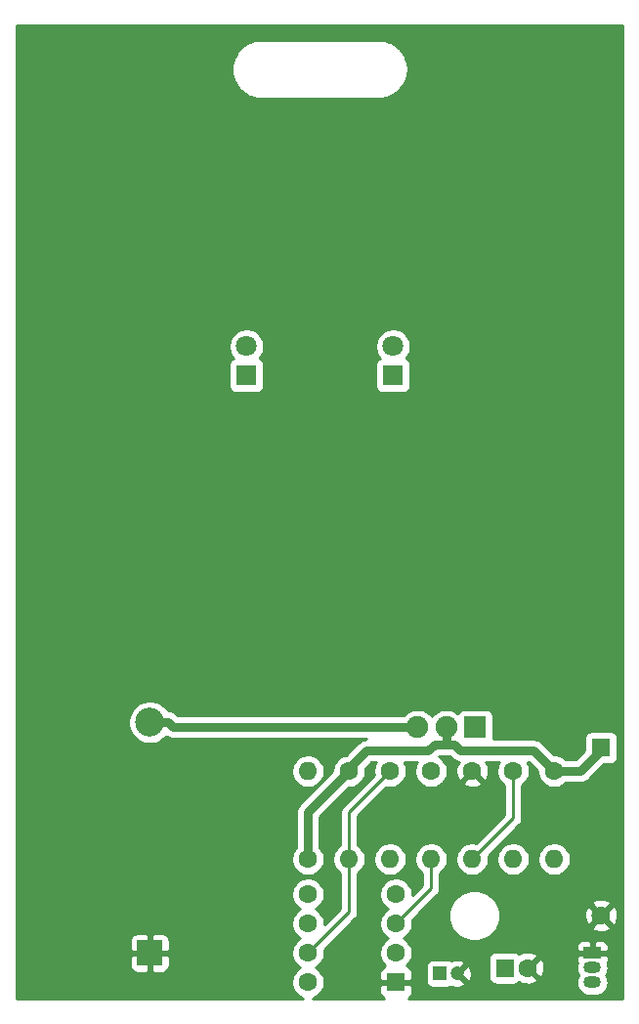
<source format=gbr>
%TF.GenerationSoftware,KiCad,Pcbnew,(5.1.8)-1*%
%TF.CreationDate,2020-11-13T01:10:14+01:00*%
%TF.ProjectId,Emoji_Badge_StuCo,456d6f6a-695f-4426-9164-67655f537475,v01*%
%TF.SameCoordinates,Original*%
%TF.FileFunction,Copper,L1,Top*%
%TF.FilePolarity,Positive*%
%FSLAX46Y46*%
G04 Gerber Fmt 4.6, Leading zero omitted, Abs format (unit mm)*
G04 Created by KiCad (PCBNEW (5.1.8)-1) date 2020-11-13 01:10:14*
%MOMM*%
%LPD*%
G01*
G04 APERTURE LIST*
%TA.AperFunction,ComponentPad*%
%ADD10C,1.800000*%
%TD*%
%TA.AperFunction,ComponentPad*%
%ADD11R,1.800000X1.800000*%
%TD*%
%TA.AperFunction,ComponentPad*%
%ADD12C,2.500000*%
%TD*%
%TA.AperFunction,ComponentPad*%
%ADD13R,2.170000X2.170000*%
%TD*%
%TA.AperFunction,ComponentPad*%
%ADD14C,1.200000*%
%TD*%
%TA.AperFunction,ComponentPad*%
%ADD15R,1.200000X1.200000*%
%TD*%
%TA.AperFunction,ComponentPad*%
%ADD16R,1.600000X1.600000*%
%TD*%
%TA.AperFunction,ComponentPad*%
%ADD17C,1.600000*%
%TD*%
%TA.AperFunction,ComponentPad*%
%ADD18R,1.625600X1.625600*%
%TD*%
%TA.AperFunction,ComponentPad*%
%ADD19C,1.625600*%
%TD*%
%TA.AperFunction,ComponentPad*%
%ADD20O,1.500000X1.050000*%
%TD*%
%TA.AperFunction,ComponentPad*%
%ADD21R,1.500000X1.050000*%
%TD*%
%TA.AperFunction,ComponentPad*%
%ADD22O,1.600000X1.600000*%
%TD*%
%TA.AperFunction,ComponentPad*%
%ADD23R,1.900000X1.900000*%
%TD*%
%TA.AperFunction,ComponentPad*%
%ADD24C,1.900000*%
%TD*%
%TA.AperFunction,Conductor*%
%ADD25C,0.762000*%
%TD*%
%TA.AperFunction,Conductor*%
%ADD26C,0.254000*%
%TD*%
%TA.AperFunction,Conductor*%
%ADD27C,0.100000*%
%TD*%
G04 APERTURE END LIST*
D10*
%TO.P,D2,2*%
%TO.N,Net-(D2-Pad2)*%
X147574000Y-69850000D03*
D11*
%TO.P,D2,1*%
%TO.N,Net-(D1-Pad1)*%
X147574000Y-72390000D03*
%TD*%
D10*
%TO.P,D1,2*%
%TO.N,Net-(D1-Pad2)*%
X160274000Y-69850000D03*
D11*
%TO.P,D1,1*%
%TO.N,Net-(D1-Pad1)*%
X160274000Y-72390000D03*
%TD*%
D12*
%TO.P,BAT1,Pos*%
%TO.N,Net-(BAT1-PadPos)*%
X139192000Y-102428000D03*
D13*
%TO.P,BAT1,Neg*%
%TO.N,GND*%
X139192000Y-122428000D03*
%TD*%
D14*
%TO.P,C1,2*%
%TO.N,GND*%
X165838000Y-124206000D03*
D15*
%TO.P,C1,1*%
%TO.N,Net-(C1-Pad1)*%
X164338000Y-124206000D03*
%TD*%
D16*
%TO.P,C2,1*%
%TO.N,Net-(C2-Pad1)*%
X169951400Y-123723400D03*
D17*
%TO.P,C2,2*%
%TO.N,GND*%
X171951400Y-123723400D03*
%TD*%
D18*
%TO.P,CR1,1*%
%TO.N,VCC*%
X178308000Y-104648000D03*
D19*
%TO.P,CR1,2*%
%TO.N,GND*%
X178308000Y-119176800D03*
%TD*%
D20*
%TO.P,Q1,2*%
%TO.N,Net-(Q1-Pad2)*%
X177546000Y-123698000D03*
%TO.P,Q1,3*%
%TO.N,Net-(D1-Pad1)*%
X177546000Y-124968000D03*
D21*
%TO.P,Q1,1*%
%TO.N,GND*%
X177546000Y-122428000D03*
%TD*%
D17*
%TO.P,R1,1*%
%TO.N,VCC*%
X156464000Y-106680000D03*
D22*
%TO.P,R1,2*%
%TO.N,DISCH*%
X156464000Y-114300000D03*
%TD*%
%TO.P,R2,2*%
%TO.N,Net-(C1-Pad1)*%
X160020000Y-114300000D03*
D17*
%TO.P,R2,1*%
%TO.N,DISCH*%
X160020000Y-106680000D03*
%TD*%
%TO.P,R3,1*%
%TO.N,Net-(C2-Pad1)*%
X163576000Y-106680000D03*
D22*
%TO.P,R3,2*%
%TO.N,Net-(R3-Pad2)*%
X163576000Y-114300000D03*
%TD*%
D17*
%TO.P,R4,1*%
%TO.N,GND*%
X167132000Y-106680000D03*
D22*
%TO.P,R4,2*%
%TO.N,Net-(C2-Pad1)*%
X167132000Y-114300000D03*
%TD*%
%TO.P,R5,2*%
%TO.N,Net-(Q1-Pad2)*%
X170688000Y-114300000D03*
D17*
%TO.P,R5,1*%
%TO.N,Net-(C2-Pad1)*%
X170688000Y-106680000D03*
%TD*%
%TO.P,R6,1*%
%TO.N,VCC*%
X174244000Y-106680000D03*
D22*
%TO.P,R6,2*%
%TO.N,Net-(D1-Pad2)*%
X174244000Y-114300000D03*
%TD*%
%TO.P,R7,2*%
%TO.N,Net-(D2-Pad2)*%
X152908000Y-106680000D03*
D17*
%TO.P,R7,1*%
%TO.N,VCC*%
X152908000Y-114300000D03*
%TD*%
D23*
%TO.P,S1,1*%
%TO.N,Net-(S1-Pad1)*%
X167386000Y-102870000D03*
D24*
%TO.P,S1,2*%
%TO.N,VCC*%
X164886000Y-102870000D03*
%TO.P,S1,3*%
%TO.N,Net-(BAT1-PadPos)*%
X162386000Y-102870000D03*
%TD*%
D16*
%TO.P,U1,1*%
%TO.N,GND*%
X160528000Y-124968000D03*
D17*
%TO.P,U1,2*%
%TO.N,Net-(C1-Pad1)*%
X160528000Y-122428000D03*
%TO.P,U1,3*%
%TO.N,Net-(R3-Pad2)*%
X160528000Y-119888000D03*
%TO.P,U1,4*%
%TO.N,VCC*%
X160528000Y-117348000D03*
%TO.P,U1,5*%
%TO.N,Net-(U1-Pad5)*%
X152908000Y-117348000D03*
%TO.P,U1,6*%
%TO.N,Net-(C1-Pad1)*%
X152908000Y-119888000D03*
%TO.P,U1,7*%
%TO.N,DISCH*%
X152908000Y-122428000D03*
%TO.P,U1,8*%
%TO.N,VCC*%
X152908000Y-124968000D03*
%TD*%
D25*
%TO.N,Net-(BAT1-PadPos)*%
X139192000Y-102428000D02*
X140782000Y-102428000D01*
X141224000Y-102870000D02*
X162386000Y-102870000D01*
X140782000Y-102428000D02*
X141224000Y-102870000D01*
D26*
%TO.N,Net-(C2-Pad1)*%
X170688000Y-110744000D02*
X167132000Y-114300000D01*
X170688000Y-106680000D02*
X170688000Y-110744000D01*
D25*
%TO.N,VCC*%
X164886000Y-102870000D02*
X164886000Y-104354000D01*
X163858118Y-104354000D02*
X163310118Y-104902000D01*
X164886000Y-104354000D02*
X163858118Y-104354000D01*
X157988000Y-104902000D02*
X156210000Y-106680000D01*
X163310118Y-104902000D02*
X157988000Y-104902000D01*
X164886000Y-104354000D02*
X165568000Y-104354000D01*
X165568000Y-104354000D02*
X166116000Y-104902000D01*
X172466000Y-104902000D02*
X174244000Y-106680000D01*
X166116000Y-104902000D02*
X172466000Y-104902000D01*
X176530000Y-106680000D02*
X178562000Y-104648000D01*
X174244000Y-106680000D02*
X176530000Y-106680000D01*
X152908000Y-110236000D02*
X156464000Y-106680000D01*
X152908000Y-114300000D02*
X152908000Y-110236000D01*
D26*
%TO.N,DISCH*%
X156464000Y-118872000D02*
X156464000Y-114300000D01*
X152908000Y-122428000D02*
X156464000Y-118872000D01*
X156464000Y-110236000D02*
X160020000Y-106680000D01*
X156464000Y-114300000D02*
X156464000Y-110236000D01*
%TO.N,Net-(R3-Pad2)*%
X163576000Y-116840000D02*
X160528000Y-119888000D01*
X163576000Y-114300000D02*
X163576000Y-116840000D01*
%TD*%
%TO.N,GND*%
X180187601Y-126339600D02*
X161605672Y-126339600D01*
X161682494Y-126298537D01*
X161779185Y-126219185D01*
X161858537Y-126122494D01*
X161917502Y-126012180D01*
X161953812Y-125892482D01*
X161966072Y-125768000D01*
X161963000Y-125253750D01*
X161804250Y-125095000D01*
X160655000Y-125095000D01*
X160655000Y-125115000D01*
X160401000Y-125115000D01*
X160401000Y-125095000D01*
X159251750Y-125095000D01*
X159093000Y-125253750D01*
X159089928Y-125768000D01*
X159102188Y-125892482D01*
X159138498Y-126012180D01*
X159197463Y-126122494D01*
X159276815Y-126219185D01*
X159373506Y-126298537D01*
X159450328Y-126339600D01*
X153346499Y-126339600D01*
X153587727Y-126239680D01*
X153822759Y-126082637D01*
X154022637Y-125882759D01*
X154179680Y-125647727D01*
X154287853Y-125386574D01*
X154343000Y-125109335D01*
X154343000Y-124826665D01*
X154287853Y-124549426D01*
X154179680Y-124288273D01*
X154099317Y-124168000D01*
X159089928Y-124168000D01*
X159093000Y-124682250D01*
X159251750Y-124841000D01*
X160401000Y-124841000D01*
X160401000Y-124821000D01*
X160655000Y-124821000D01*
X160655000Y-124841000D01*
X161804250Y-124841000D01*
X161963000Y-124682250D01*
X161966072Y-124168000D01*
X161953812Y-124043518D01*
X161917502Y-123923820D01*
X161858537Y-123813506D01*
X161779185Y-123716815D01*
X161682494Y-123637463D01*
X161623632Y-123606000D01*
X163099928Y-123606000D01*
X163099928Y-124806000D01*
X163112188Y-124930482D01*
X163148498Y-125050180D01*
X163207463Y-125160494D01*
X163286815Y-125257185D01*
X163383506Y-125336537D01*
X163493820Y-125395502D01*
X163613518Y-125431812D01*
X163738000Y-125444072D01*
X164938000Y-125444072D01*
X165062482Y-125431812D01*
X165182180Y-125395502D01*
X165292494Y-125336537D01*
X165309681Y-125322432D01*
X165436516Y-125380237D01*
X165673313Y-125436000D01*
X165916438Y-125444495D01*
X166156549Y-125405395D01*
X166384418Y-125320202D01*
X166460852Y-125279348D01*
X166508159Y-125055764D01*
X165838000Y-124385605D01*
X165823858Y-124399748D01*
X165644253Y-124220143D01*
X165658395Y-124206000D01*
X166017605Y-124206000D01*
X166687764Y-124876159D01*
X166911348Y-124828852D01*
X167012237Y-124607484D01*
X167068000Y-124370687D01*
X167076495Y-124127562D01*
X167037395Y-123887451D01*
X166952202Y-123659582D01*
X166911348Y-123583148D01*
X166687764Y-123535841D01*
X166017605Y-124206000D01*
X165658395Y-124206000D01*
X165644253Y-124191858D01*
X165823858Y-124012253D01*
X165838000Y-124026395D01*
X166508159Y-123356236D01*
X166460852Y-123132652D01*
X166239484Y-123031763D01*
X166002687Y-122976000D01*
X165759562Y-122967505D01*
X165519451Y-123006605D01*
X165305883Y-123086451D01*
X165292494Y-123075463D01*
X165182180Y-123016498D01*
X165062482Y-122980188D01*
X164938000Y-122967928D01*
X163738000Y-122967928D01*
X163613518Y-122980188D01*
X163493820Y-123016498D01*
X163383506Y-123075463D01*
X163286815Y-123154815D01*
X163207463Y-123251506D01*
X163148498Y-123361820D01*
X163112188Y-123481518D01*
X163099928Y-123606000D01*
X161623632Y-123606000D01*
X161572180Y-123578498D01*
X161452482Y-123542188D01*
X161444039Y-123541357D01*
X161642637Y-123342759D01*
X161799680Y-123107727D01*
X161876030Y-122923400D01*
X168513328Y-122923400D01*
X168513328Y-124523400D01*
X168525588Y-124647882D01*
X168561898Y-124767580D01*
X168620863Y-124877894D01*
X168700215Y-124974585D01*
X168796906Y-125053937D01*
X168907220Y-125112902D01*
X169026918Y-125149212D01*
X169151400Y-125161472D01*
X170751400Y-125161472D01*
X170875882Y-125149212D01*
X170995580Y-125112902D01*
X171105894Y-125053937D01*
X171202585Y-124974585D01*
X171213207Y-124961642D01*
X171465396Y-125080971D01*
X171739584Y-125149700D01*
X172021912Y-125163617D01*
X172301530Y-125122187D01*
X172567692Y-125027003D01*
X172692914Y-124960071D01*
X172764497Y-124716102D01*
X171951400Y-123903005D01*
X171937258Y-123917148D01*
X171757653Y-123737543D01*
X171771795Y-123723400D01*
X172131005Y-123723400D01*
X172944102Y-124536497D01*
X173188071Y-124464914D01*
X173308971Y-124209404D01*
X173377700Y-123935216D01*
X173389393Y-123698000D01*
X176155388Y-123698000D01*
X176177785Y-123925400D01*
X176244115Y-124144060D01*
X176345105Y-124333000D01*
X176244115Y-124521940D01*
X176177785Y-124740600D01*
X176155388Y-124968000D01*
X176177785Y-125195400D01*
X176244115Y-125414060D01*
X176351829Y-125615579D01*
X176496788Y-125792212D01*
X176673421Y-125937171D01*
X176874940Y-126044885D01*
X177093600Y-126111215D01*
X177264021Y-126128000D01*
X177827979Y-126128000D01*
X177998400Y-126111215D01*
X178217060Y-126044885D01*
X178418579Y-125937171D01*
X178595212Y-125792212D01*
X178740171Y-125615579D01*
X178847885Y-125414060D01*
X178914215Y-125195400D01*
X178936612Y-124968000D01*
X178914215Y-124740600D01*
X178847885Y-124521940D01*
X178746895Y-124333000D01*
X178847885Y-124144060D01*
X178914215Y-123925400D01*
X178936612Y-123698000D01*
X178914215Y-123470600D01*
X178850907Y-123261902D01*
X178885502Y-123197180D01*
X178921812Y-123077482D01*
X178934072Y-122953000D01*
X178931000Y-122713750D01*
X178772250Y-122555000D01*
X177999109Y-122555000D01*
X177998400Y-122554785D01*
X177827979Y-122538000D01*
X177264021Y-122538000D01*
X177093600Y-122554785D01*
X177092891Y-122555000D01*
X176319750Y-122555000D01*
X176161000Y-122713750D01*
X176157928Y-122953000D01*
X176170188Y-123077482D01*
X176206498Y-123197180D01*
X176241093Y-123261902D01*
X176177785Y-123470600D01*
X176155388Y-123698000D01*
X173389393Y-123698000D01*
X173391617Y-123652888D01*
X173350187Y-123373270D01*
X173255003Y-123107108D01*
X173188071Y-122981886D01*
X172944102Y-122910303D01*
X172131005Y-123723400D01*
X171771795Y-123723400D01*
X171757653Y-123709258D01*
X171937258Y-123529653D01*
X171951400Y-123543795D01*
X172764497Y-122730698D01*
X172692914Y-122486729D01*
X172437404Y-122365829D01*
X172163216Y-122297100D01*
X171880888Y-122283183D01*
X171601270Y-122324613D01*
X171335108Y-122419797D01*
X171213091Y-122485016D01*
X171202585Y-122472215D01*
X171105894Y-122392863D01*
X170995580Y-122333898D01*
X170875882Y-122297588D01*
X170751400Y-122285328D01*
X169151400Y-122285328D01*
X169026918Y-122297588D01*
X168907220Y-122333898D01*
X168796906Y-122392863D01*
X168700215Y-122472215D01*
X168620863Y-122568906D01*
X168561898Y-122679220D01*
X168525588Y-122798918D01*
X168513328Y-122923400D01*
X161876030Y-122923400D01*
X161907853Y-122846574D01*
X161963000Y-122569335D01*
X161963000Y-122286665D01*
X161907853Y-122009426D01*
X161863770Y-121903000D01*
X176157928Y-121903000D01*
X176161000Y-122142250D01*
X176319750Y-122301000D01*
X177419000Y-122301000D01*
X177419000Y-121426750D01*
X177673000Y-121426750D01*
X177673000Y-122301000D01*
X178772250Y-122301000D01*
X178931000Y-122142250D01*
X178934072Y-121903000D01*
X178921812Y-121778518D01*
X178885502Y-121658820D01*
X178826537Y-121548506D01*
X178747185Y-121451815D01*
X178650494Y-121372463D01*
X178540180Y-121313498D01*
X178420482Y-121277188D01*
X178296000Y-121264928D01*
X177831750Y-121268000D01*
X177673000Y-121426750D01*
X177419000Y-121426750D01*
X177260250Y-121268000D01*
X176796000Y-121264928D01*
X176671518Y-121277188D01*
X176551820Y-121313498D01*
X176441506Y-121372463D01*
X176344815Y-121451815D01*
X176265463Y-121548506D01*
X176206498Y-121658820D01*
X176170188Y-121778518D01*
X176157928Y-121903000D01*
X161863770Y-121903000D01*
X161799680Y-121748273D01*
X161642637Y-121513241D01*
X161442759Y-121313363D01*
X161210241Y-121158000D01*
X161442759Y-121002637D01*
X161642637Y-120802759D01*
X161799680Y-120567727D01*
X161907853Y-120306574D01*
X161963000Y-120029335D01*
X161963000Y-119746665D01*
X161927157Y-119566473D01*
X162524258Y-118969372D01*
X165087500Y-118969372D01*
X165087500Y-119409628D01*
X165173390Y-119841425D01*
X165341869Y-120248169D01*
X165586462Y-120614229D01*
X165897771Y-120925538D01*
X166263831Y-121170131D01*
X166670575Y-121338610D01*
X167102372Y-121424500D01*
X167542628Y-121424500D01*
X167974425Y-121338610D01*
X168381169Y-121170131D01*
X168747229Y-120925538D01*
X169058538Y-120614229D01*
X169303131Y-120248169D01*
X169331930Y-120178642D01*
X177485764Y-120178642D01*
X177558897Y-120423917D01*
X177816591Y-120546097D01*
X178093170Y-120615656D01*
X178378005Y-120629920D01*
X178660150Y-120588341D01*
X178928761Y-120492519D01*
X179057103Y-120423917D01*
X179130236Y-120178642D01*
X178308000Y-119356405D01*
X177485764Y-120178642D01*
X169331930Y-120178642D01*
X169471610Y-119841425D01*
X169557500Y-119409628D01*
X169557500Y-119246805D01*
X176854880Y-119246805D01*
X176896459Y-119528950D01*
X176992281Y-119797561D01*
X177060883Y-119925903D01*
X177306158Y-119999036D01*
X178128395Y-119176800D01*
X178487605Y-119176800D01*
X179309842Y-119999036D01*
X179555117Y-119925903D01*
X179677297Y-119668209D01*
X179746856Y-119391630D01*
X179761120Y-119106795D01*
X179719541Y-118824650D01*
X179623719Y-118556039D01*
X179555117Y-118427697D01*
X179309842Y-118354564D01*
X178487605Y-119176800D01*
X178128395Y-119176800D01*
X177306158Y-118354564D01*
X177060883Y-118427697D01*
X176938703Y-118685391D01*
X176869144Y-118961970D01*
X176854880Y-119246805D01*
X169557500Y-119246805D01*
X169557500Y-118969372D01*
X169471610Y-118537575D01*
X169321410Y-118174958D01*
X177485764Y-118174958D01*
X178308000Y-118997195D01*
X179130236Y-118174958D01*
X179057103Y-117929683D01*
X178799409Y-117807503D01*
X178522830Y-117737944D01*
X178237995Y-117723680D01*
X177955850Y-117765259D01*
X177687239Y-117861081D01*
X177558897Y-117929683D01*
X177485764Y-118174958D01*
X169321410Y-118174958D01*
X169303131Y-118130831D01*
X169058538Y-117764771D01*
X168747229Y-117453462D01*
X168381169Y-117208869D01*
X167974425Y-117040390D01*
X167542628Y-116954500D01*
X167102372Y-116954500D01*
X166670575Y-117040390D01*
X166263831Y-117208869D01*
X165897771Y-117453462D01*
X165586462Y-117764771D01*
X165341869Y-118130831D01*
X165173390Y-118537575D01*
X165087500Y-118969372D01*
X162524258Y-118969372D01*
X164088352Y-117405279D01*
X164117422Y-117381422D01*
X164144772Y-117348096D01*
X164212645Y-117265393D01*
X164283401Y-117133016D01*
X164283402Y-117133015D01*
X164326974Y-116989378D01*
X164338000Y-116877426D01*
X164338000Y-116877423D01*
X164341686Y-116840000D01*
X164338000Y-116802577D01*
X164338000Y-115516707D01*
X164490759Y-115414637D01*
X164690637Y-115214759D01*
X164847680Y-114979727D01*
X164955853Y-114718574D01*
X165011000Y-114441335D01*
X165011000Y-114158665D01*
X164955853Y-113881426D01*
X164847680Y-113620273D01*
X164690637Y-113385241D01*
X164490759Y-113185363D01*
X164255727Y-113028320D01*
X163994574Y-112920147D01*
X163717335Y-112865000D01*
X163434665Y-112865000D01*
X163157426Y-112920147D01*
X162896273Y-113028320D01*
X162661241Y-113185363D01*
X162461363Y-113385241D01*
X162304320Y-113620273D01*
X162196147Y-113881426D01*
X162141000Y-114158665D01*
X162141000Y-114441335D01*
X162196147Y-114718574D01*
X162304320Y-114979727D01*
X162461363Y-115214759D01*
X162661241Y-115414637D01*
X162814000Y-115516707D01*
X162814001Y-116524368D01*
X161963000Y-117375369D01*
X161963000Y-117206665D01*
X161907853Y-116929426D01*
X161799680Y-116668273D01*
X161642637Y-116433241D01*
X161442759Y-116233363D01*
X161207727Y-116076320D01*
X160946574Y-115968147D01*
X160669335Y-115913000D01*
X160386665Y-115913000D01*
X160109426Y-115968147D01*
X159848273Y-116076320D01*
X159613241Y-116233363D01*
X159413363Y-116433241D01*
X159256320Y-116668273D01*
X159148147Y-116929426D01*
X159093000Y-117206665D01*
X159093000Y-117489335D01*
X159148147Y-117766574D01*
X159256320Y-118027727D01*
X159413363Y-118262759D01*
X159613241Y-118462637D01*
X159845759Y-118618000D01*
X159613241Y-118773363D01*
X159413363Y-118973241D01*
X159256320Y-119208273D01*
X159148147Y-119469426D01*
X159093000Y-119746665D01*
X159093000Y-120029335D01*
X159148147Y-120306574D01*
X159256320Y-120567727D01*
X159413363Y-120802759D01*
X159613241Y-121002637D01*
X159845759Y-121158000D01*
X159613241Y-121313363D01*
X159413363Y-121513241D01*
X159256320Y-121748273D01*
X159148147Y-122009426D01*
X159093000Y-122286665D01*
X159093000Y-122569335D01*
X159148147Y-122846574D01*
X159256320Y-123107727D01*
X159413363Y-123342759D01*
X159611961Y-123541357D01*
X159603518Y-123542188D01*
X159483820Y-123578498D01*
X159373506Y-123637463D01*
X159276815Y-123716815D01*
X159197463Y-123813506D01*
X159138498Y-123923820D01*
X159102188Y-124043518D01*
X159089928Y-124168000D01*
X154099317Y-124168000D01*
X154022637Y-124053241D01*
X153822759Y-123853363D01*
X153590241Y-123698000D01*
X153822759Y-123542637D01*
X154022637Y-123342759D01*
X154179680Y-123107727D01*
X154287853Y-122846574D01*
X154343000Y-122569335D01*
X154343000Y-122286665D01*
X154307157Y-122106473D01*
X156976353Y-119437278D01*
X157005422Y-119413422D01*
X157100645Y-119297392D01*
X157171402Y-119165015D01*
X157214974Y-119021378D01*
X157226000Y-118909426D01*
X157226000Y-118909424D01*
X157229686Y-118872001D01*
X157226000Y-118834578D01*
X157226000Y-115516707D01*
X157378759Y-115414637D01*
X157578637Y-115214759D01*
X157735680Y-114979727D01*
X157843853Y-114718574D01*
X157899000Y-114441335D01*
X157899000Y-114158665D01*
X158585000Y-114158665D01*
X158585000Y-114441335D01*
X158640147Y-114718574D01*
X158748320Y-114979727D01*
X158905363Y-115214759D01*
X159105241Y-115414637D01*
X159340273Y-115571680D01*
X159601426Y-115679853D01*
X159878665Y-115735000D01*
X160161335Y-115735000D01*
X160438574Y-115679853D01*
X160699727Y-115571680D01*
X160934759Y-115414637D01*
X161134637Y-115214759D01*
X161291680Y-114979727D01*
X161399853Y-114718574D01*
X161455000Y-114441335D01*
X161455000Y-114158665D01*
X161399853Y-113881426D01*
X161291680Y-113620273D01*
X161134637Y-113385241D01*
X160934759Y-113185363D01*
X160699727Y-113028320D01*
X160438574Y-112920147D01*
X160161335Y-112865000D01*
X159878665Y-112865000D01*
X159601426Y-112920147D01*
X159340273Y-113028320D01*
X159105241Y-113185363D01*
X158905363Y-113385241D01*
X158748320Y-113620273D01*
X158640147Y-113881426D01*
X158585000Y-114158665D01*
X157899000Y-114158665D01*
X157843853Y-113881426D01*
X157735680Y-113620273D01*
X157578637Y-113385241D01*
X157378759Y-113185363D01*
X157226000Y-113083293D01*
X157226000Y-110551630D01*
X159698474Y-108079157D01*
X159878665Y-108115000D01*
X160161335Y-108115000D01*
X160438574Y-108059853D01*
X160699727Y-107951680D01*
X160934759Y-107794637D01*
X161134637Y-107594759D01*
X161291680Y-107359727D01*
X161399853Y-107098574D01*
X161455000Y-106821335D01*
X161455000Y-106538665D01*
X161399853Y-106261426D01*
X161291680Y-106000273D01*
X161236707Y-105918000D01*
X162359293Y-105918000D01*
X162304320Y-106000273D01*
X162196147Y-106261426D01*
X162141000Y-106538665D01*
X162141000Y-106821335D01*
X162196147Y-107098574D01*
X162304320Y-107359727D01*
X162461363Y-107594759D01*
X162661241Y-107794637D01*
X162896273Y-107951680D01*
X163157426Y-108059853D01*
X163434665Y-108115000D01*
X163717335Y-108115000D01*
X163994574Y-108059853D01*
X164255727Y-107951680D01*
X164490759Y-107794637D01*
X164612694Y-107672702D01*
X166318903Y-107672702D01*
X166390486Y-107916671D01*
X166645996Y-108037571D01*
X166920184Y-108106300D01*
X167202512Y-108120217D01*
X167482130Y-108078787D01*
X167748292Y-107983603D01*
X167873514Y-107916671D01*
X167945097Y-107672702D01*
X167132000Y-106859605D01*
X166318903Y-107672702D01*
X164612694Y-107672702D01*
X164690637Y-107594759D01*
X164847680Y-107359727D01*
X164955853Y-107098574D01*
X165011000Y-106821335D01*
X165011000Y-106538665D01*
X164955853Y-106261426D01*
X164847680Y-106000273D01*
X164690637Y-105765241D01*
X164490759Y-105565363D01*
X164255727Y-105408320D01*
X164245057Y-105403901D01*
X164278958Y-105370000D01*
X164836098Y-105370000D01*
X164886000Y-105374915D01*
X164935902Y-105370000D01*
X165147160Y-105370000D01*
X165362287Y-105585127D01*
X165394104Y-105623896D01*
X165548810Y-105750860D01*
X165725313Y-105845202D01*
X165916829Y-105903298D01*
X165990520Y-105910556D01*
X165895329Y-105938486D01*
X165774429Y-106193996D01*
X165705700Y-106468184D01*
X165691783Y-106750512D01*
X165733213Y-107030130D01*
X165828397Y-107296292D01*
X165895329Y-107421514D01*
X166139298Y-107493097D01*
X166952395Y-106680000D01*
X166938253Y-106665858D01*
X167117858Y-106486253D01*
X167132000Y-106500395D01*
X167146143Y-106486253D01*
X167325748Y-106665858D01*
X167311605Y-106680000D01*
X168124702Y-107493097D01*
X168368671Y-107421514D01*
X168489571Y-107166004D01*
X168558300Y-106891816D01*
X168572217Y-106609488D01*
X168530787Y-106329870D01*
X168435603Y-106063708D01*
X168368671Y-105938486D01*
X168298851Y-105918000D01*
X169471293Y-105918000D01*
X169416320Y-106000273D01*
X169308147Y-106261426D01*
X169253000Y-106538665D01*
X169253000Y-106821335D01*
X169308147Y-107098574D01*
X169416320Y-107359727D01*
X169573363Y-107594759D01*
X169773241Y-107794637D01*
X169926000Y-107896707D01*
X169926001Y-110428368D01*
X167453527Y-112900843D01*
X167273335Y-112865000D01*
X166990665Y-112865000D01*
X166713426Y-112920147D01*
X166452273Y-113028320D01*
X166217241Y-113185363D01*
X166017363Y-113385241D01*
X165860320Y-113620273D01*
X165752147Y-113881426D01*
X165697000Y-114158665D01*
X165697000Y-114441335D01*
X165752147Y-114718574D01*
X165860320Y-114979727D01*
X166017363Y-115214759D01*
X166217241Y-115414637D01*
X166452273Y-115571680D01*
X166713426Y-115679853D01*
X166990665Y-115735000D01*
X167273335Y-115735000D01*
X167550574Y-115679853D01*
X167811727Y-115571680D01*
X168046759Y-115414637D01*
X168246637Y-115214759D01*
X168403680Y-114979727D01*
X168511853Y-114718574D01*
X168567000Y-114441335D01*
X168567000Y-114158665D01*
X169253000Y-114158665D01*
X169253000Y-114441335D01*
X169308147Y-114718574D01*
X169416320Y-114979727D01*
X169573363Y-115214759D01*
X169773241Y-115414637D01*
X170008273Y-115571680D01*
X170269426Y-115679853D01*
X170546665Y-115735000D01*
X170829335Y-115735000D01*
X171106574Y-115679853D01*
X171367727Y-115571680D01*
X171602759Y-115414637D01*
X171802637Y-115214759D01*
X171959680Y-114979727D01*
X172067853Y-114718574D01*
X172123000Y-114441335D01*
X172123000Y-114158665D01*
X172809000Y-114158665D01*
X172809000Y-114441335D01*
X172864147Y-114718574D01*
X172972320Y-114979727D01*
X173129363Y-115214759D01*
X173329241Y-115414637D01*
X173564273Y-115571680D01*
X173825426Y-115679853D01*
X174102665Y-115735000D01*
X174385335Y-115735000D01*
X174662574Y-115679853D01*
X174923727Y-115571680D01*
X175158759Y-115414637D01*
X175358637Y-115214759D01*
X175515680Y-114979727D01*
X175623853Y-114718574D01*
X175679000Y-114441335D01*
X175679000Y-114158665D01*
X175623853Y-113881426D01*
X175515680Y-113620273D01*
X175358637Y-113385241D01*
X175158759Y-113185363D01*
X174923727Y-113028320D01*
X174662574Y-112920147D01*
X174385335Y-112865000D01*
X174102665Y-112865000D01*
X173825426Y-112920147D01*
X173564273Y-113028320D01*
X173329241Y-113185363D01*
X173129363Y-113385241D01*
X172972320Y-113620273D01*
X172864147Y-113881426D01*
X172809000Y-114158665D01*
X172123000Y-114158665D01*
X172067853Y-113881426D01*
X171959680Y-113620273D01*
X171802637Y-113385241D01*
X171602759Y-113185363D01*
X171367727Y-113028320D01*
X171106574Y-112920147D01*
X170829335Y-112865000D01*
X170546665Y-112865000D01*
X170269426Y-112920147D01*
X170008273Y-113028320D01*
X169773241Y-113185363D01*
X169573363Y-113385241D01*
X169416320Y-113620273D01*
X169308147Y-113881426D01*
X169253000Y-114158665D01*
X168567000Y-114158665D01*
X168531157Y-113978473D01*
X171200352Y-111309279D01*
X171229422Y-111285422D01*
X171324645Y-111169392D01*
X171395402Y-111037015D01*
X171438974Y-110893378D01*
X171450000Y-110781426D01*
X171450000Y-110781424D01*
X171453686Y-110744001D01*
X171450000Y-110706578D01*
X171450000Y-107896707D01*
X171602759Y-107794637D01*
X171802637Y-107594759D01*
X171959680Y-107359727D01*
X172067853Y-107098574D01*
X172123000Y-106821335D01*
X172123000Y-106538665D01*
X172067853Y-106261426D01*
X171959680Y-106000273D01*
X171904707Y-105918000D01*
X172045160Y-105918000D01*
X172809000Y-106681841D01*
X172809000Y-106821335D01*
X172864147Y-107098574D01*
X172972320Y-107359727D01*
X173129363Y-107594759D01*
X173329241Y-107794637D01*
X173564273Y-107951680D01*
X173825426Y-108059853D01*
X174102665Y-108115000D01*
X174385335Y-108115000D01*
X174662574Y-108059853D01*
X174923727Y-107951680D01*
X175158759Y-107794637D01*
X175257396Y-107696000D01*
X176480098Y-107696000D01*
X176530000Y-107700915D01*
X176579902Y-107696000D01*
X176729171Y-107681298D01*
X176920687Y-107623202D01*
X177097190Y-107528860D01*
X177251896Y-107401896D01*
X177283712Y-107363128D01*
X178547969Y-106098872D01*
X179120800Y-106098872D01*
X179245282Y-106086612D01*
X179364980Y-106050302D01*
X179475294Y-105991337D01*
X179571985Y-105911985D01*
X179651337Y-105815294D01*
X179710302Y-105704980D01*
X179746612Y-105585282D01*
X179758872Y-105460800D01*
X179758872Y-103835200D01*
X179746612Y-103710718D01*
X179710302Y-103591020D01*
X179651337Y-103480706D01*
X179571985Y-103384015D01*
X179475294Y-103304663D01*
X179364980Y-103245698D01*
X179245282Y-103209388D01*
X179120800Y-103197128D01*
X177495200Y-103197128D01*
X177370718Y-103209388D01*
X177251020Y-103245698D01*
X177140706Y-103304663D01*
X177044015Y-103384015D01*
X176964663Y-103480706D01*
X176905698Y-103591020D01*
X176869388Y-103710718D01*
X176857128Y-103835200D01*
X176857128Y-104916031D01*
X176109160Y-105664000D01*
X175257396Y-105664000D01*
X175158759Y-105565363D01*
X174923727Y-105408320D01*
X174662574Y-105300147D01*
X174385335Y-105245000D01*
X174245841Y-105245000D01*
X173219712Y-104218872D01*
X173187896Y-104180104D01*
X173033190Y-104053140D01*
X172856687Y-103958798D01*
X172665171Y-103900702D01*
X172515902Y-103886000D01*
X172466000Y-103881085D01*
X172416098Y-103886000D01*
X168967572Y-103886000D01*
X168974072Y-103820000D01*
X168974072Y-101920000D01*
X168961812Y-101795518D01*
X168925502Y-101675820D01*
X168866537Y-101565506D01*
X168787185Y-101468815D01*
X168690494Y-101389463D01*
X168580180Y-101330498D01*
X168460482Y-101294188D01*
X168336000Y-101281928D01*
X166436000Y-101281928D01*
X166311518Y-101294188D01*
X166191820Y-101330498D01*
X166081506Y-101389463D01*
X165984815Y-101468815D01*
X165905463Y-101565506D01*
X165874186Y-101624021D01*
X165636779Y-101465391D01*
X165348327Y-101345911D01*
X165042109Y-101285000D01*
X164729891Y-101285000D01*
X164423673Y-101345911D01*
X164135221Y-101465391D01*
X163875621Y-101638850D01*
X163654850Y-101859621D01*
X163636000Y-101887832D01*
X163617150Y-101859621D01*
X163396379Y-101638850D01*
X163136779Y-101465391D01*
X162848327Y-101345911D01*
X162542109Y-101285000D01*
X162229891Y-101285000D01*
X161923673Y-101345911D01*
X161635221Y-101465391D01*
X161375621Y-101638850D01*
X161160471Y-101854000D01*
X141644840Y-101854000D01*
X141535713Y-101744873D01*
X141503896Y-101706104D01*
X141349190Y-101579140D01*
X141172687Y-101484798D01*
X140981171Y-101426702D01*
X140831902Y-101412000D01*
X140782000Y-101407085D01*
X140777231Y-101407555D01*
X140656175Y-101226382D01*
X140393618Y-100963825D01*
X140084882Y-100757534D01*
X139741834Y-100615439D01*
X139377656Y-100543000D01*
X139006344Y-100543000D01*
X138642166Y-100615439D01*
X138299118Y-100757534D01*
X137990382Y-100963825D01*
X137727825Y-101226382D01*
X137521534Y-101535118D01*
X137379439Y-101878166D01*
X137307000Y-102242344D01*
X137307000Y-102613656D01*
X137379439Y-102977834D01*
X137521534Y-103320882D01*
X137727825Y-103629618D01*
X137990382Y-103892175D01*
X138299118Y-104098466D01*
X138642166Y-104240561D01*
X139006344Y-104313000D01*
X139377656Y-104313000D01*
X139741834Y-104240561D01*
X140084882Y-104098466D01*
X140393618Y-103892175D01*
X140607445Y-103678348D01*
X140656810Y-103718860D01*
X140833313Y-103813202D01*
X140966732Y-103853674D01*
X141024828Y-103871298D01*
X141044177Y-103873204D01*
X141174098Y-103886000D01*
X141174105Y-103886000D01*
X141223999Y-103890914D01*
X141273893Y-103886000D01*
X157938098Y-103886000D01*
X157788829Y-103900702D01*
X157597313Y-103958798D01*
X157420810Y-104053140D01*
X157266104Y-104180104D01*
X157234293Y-104218866D01*
X156179727Y-105273432D01*
X156045426Y-105300147D01*
X155784273Y-105408320D01*
X155549241Y-105565363D01*
X155349363Y-105765241D01*
X155192320Y-106000273D01*
X155084147Y-106261426D01*
X155029000Y-106538665D01*
X155029000Y-106678159D01*
X152224868Y-109482292D01*
X152186105Y-109514104D01*
X152059141Y-109668810D01*
X151983349Y-109810608D01*
X151964799Y-109845313D01*
X151906702Y-110036830D01*
X151887085Y-110236000D01*
X151892001Y-110285912D01*
X151892000Y-113286604D01*
X151793363Y-113385241D01*
X151636320Y-113620273D01*
X151528147Y-113881426D01*
X151473000Y-114158665D01*
X151473000Y-114441335D01*
X151528147Y-114718574D01*
X151636320Y-114979727D01*
X151793363Y-115214759D01*
X151993241Y-115414637D01*
X152228273Y-115571680D01*
X152489426Y-115679853D01*
X152766665Y-115735000D01*
X153049335Y-115735000D01*
X153326574Y-115679853D01*
X153587727Y-115571680D01*
X153822759Y-115414637D01*
X154022637Y-115214759D01*
X154179680Y-114979727D01*
X154287853Y-114718574D01*
X154343000Y-114441335D01*
X154343000Y-114158665D01*
X154287853Y-113881426D01*
X154179680Y-113620273D01*
X154022637Y-113385241D01*
X153924000Y-113286604D01*
X153924000Y-110656840D01*
X156465841Y-108115000D01*
X156605335Y-108115000D01*
X156882574Y-108059853D01*
X157143727Y-107951680D01*
X157378759Y-107794637D01*
X157578637Y-107594759D01*
X157735680Y-107359727D01*
X157843853Y-107098574D01*
X157899000Y-106821335D01*
X157899000Y-106538665D01*
X157880613Y-106446228D01*
X158408841Y-105918000D01*
X158803293Y-105918000D01*
X158748320Y-106000273D01*
X158640147Y-106261426D01*
X158585000Y-106538665D01*
X158585000Y-106821335D01*
X158620843Y-107001526D01*
X155951649Y-109670721D01*
X155922579Y-109694578D01*
X155898722Y-109723648D01*
X155898721Y-109723649D01*
X155827355Y-109810608D01*
X155756599Y-109942985D01*
X155713027Y-110086622D01*
X155698314Y-110236000D01*
X155702001Y-110273433D01*
X155702000Y-113083293D01*
X155549241Y-113185363D01*
X155349363Y-113385241D01*
X155192320Y-113620273D01*
X155084147Y-113881426D01*
X155029000Y-114158665D01*
X155029000Y-114441335D01*
X155084147Y-114718574D01*
X155192320Y-114979727D01*
X155349363Y-115214759D01*
X155549241Y-115414637D01*
X155702001Y-115516708D01*
X155702000Y-118556369D01*
X154343000Y-119915369D01*
X154343000Y-119746665D01*
X154287853Y-119469426D01*
X154179680Y-119208273D01*
X154022637Y-118973241D01*
X153822759Y-118773363D01*
X153590241Y-118618000D01*
X153822759Y-118462637D01*
X154022637Y-118262759D01*
X154179680Y-118027727D01*
X154287853Y-117766574D01*
X154343000Y-117489335D01*
X154343000Y-117206665D01*
X154287853Y-116929426D01*
X154179680Y-116668273D01*
X154022637Y-116433241D01*
X153822759Y-116233363D01*
X153587727Y-116076320D01*
X153326574Y-115968147D01*
X153049335Y-115913000D01*
X152766665Y-115913000D01*
X152489426Y-115968147D01*
X152228273Y-116076320D01*
X151993241Y-116233363D01*
X151793363Y-116433241D01*
X151636320Y-116668273D01*
X151528147Y-116929426D01*
X151473000Y-117206665D01*
X151473000Y-117489335D01*
X151528147Y-117766574D01*
X151636320Y-118027727D01*
X151793363Y-118262759D01*
X151993241Y-118462637D01*
X152225759Y-118618000D01*
X151993241Y-118773363D01*
X151793363Y-118973241D01*
X151636320Y-119208273D01*
X151528147Y-119469426D01*
X151473000Y-119746665D01*
X151473000Y-120029335D01*
X151528147Y-120306574D01*
X151636320Y-120567727D01*
X151793363Y-120802759D01*
X151993241Y-121002637D01*
X152225759Y-121158000D01*
X151993241Y-121313363D01*
X151793363Y-121513241D01*
X151636320Y-121748273D01*
X151528147Y-122009426D01*
X151473000Y-122286665D01*
X151473000Y-122569335D01*
X151528147Y-122846574D01*
X151636320Y-123107727D01*
X151793363Y-123342759D01*
X151993241Y-123542637D01*
X152225759Y-123698000D01*
X151993241Y-123853363D01*
X151793363Y-124053241D01*
X151636320Y-124288273D01*
X151528147Y-124549426D01*
X151473000Y-124826665D01*
X151473000Y-125109335D01*
X151528147Y-125386574D01*
X151636320Y-125647727D01*
X151793363Y-125882759D01*
X151993241Y-126082637D01*
X152228273Y-126239680D01*
X152469501Y-126339600D01*
X127660400Y-126339600D01*
X127660400Y-123513000D01*
X137468928Y-123513000D01*
X137481188Y-123637482D01*
X137517498Y-123757180D01*
X137576463Y-123867494D01*
X137655815Y-123964185D01*
X137752506Y-124043537D01*
X137862820Y-124102502D01*
X137982518Y-124138812D01*
X138107000Y-124151072D01*
X138906250Y-124148000D01*
X139065000Y-123989250D01*
X139065000Y-122555000D01*
X139319000Y-122555000D01*
X139319000Y-123989250D01*
X139477750Y-124148000D01*
X140277000Y-124151072D01*
X140401482Y-124138812D01*
X140521180Y-124102502D01*
X140631494Y-124043537D01*
X140728185Y-123964185D01*
X140807537Y-123867494D01*
X140866502Y-123757180D01*
X140902812Y-123637482D01*
X140915072Y-123513000D01*
X140912000Y-122713750D01*
X140753250Y-122555000D01*
X139319000Y-122555000D01*
X139065000Y-122555000D01*
X137630750Y-122555000D01*
X137472000Y-122713750D01*
X137468928Y-123513000D01*
X127660400Y-123513000D01*
X127660400Y-121343000D01*
X137468928Y-121343000D01*
X137472000Y-122142250D01*
X137630750Y-122301000D01*
X139065000Y-122301000D01*
X139065000Y-120866750D01*
X139319000Y-120866750D01*
X139319000Y-122301000D01*
X140753250Y-122301000D01*
X140912000Y-122142250D01*
X140915072Y-121343000D01*
X140902812Y-121218518D01*
X140866502Y-121098820D01*
X140807537Y-120988506D01*
X140728185Y-120891815D01*
X140631494Y-120812463D01*
X140521180Y-120753498D01*
X140401482Y-120717188D01*
X140277000Y-120704928D01*
X139477750Y-120708000D01*
X139319000Y-120866750D01*
X139065000Y-120866750D01*
X138906250Y-120708000D01*
X138107000Y-120704928D01*
X137982518Y-120717188D01*
X137862820Y-120753498D01*
X137752506Y-120812463D01*
X137655815Y-120891815D01*
X137576463Y-120988506D01*
X137517498Y-121098820D01*
X137481188Y-121218518D01*
X137468928Y-121343000D01*
X127660400Y-121343000D01*
X127660400Y-106538665D01*
X151473000Y-106538665D01*
X151473000Y-106821335D01*
X151528147Y-107098574D01*
X151636320Y-107359727D01*
X151793363Y-107594759D01*
X151993241Y-107794637D01*
X152228273Y-107951680D01*
X152489426Y-108059853D01*
X152766665Y-108115000D01*
X153049335Y-108115000D01*
X153326574Y-108059853D01*
X153587727Y-107951680D01*
X153822759Y-107794637D01*
X154022637Y-107594759D01*
X154179680Y-107359727D01*
X154287853Y-107098574D01*
X154343000Y-106821335D01*
X154343000Y-106538665D01*
X154287853Y-106261426D01*
X154179680Y-106000273D01*
X154022637Y-105765241D01*
X153822759Y-105565363D01*
X153587727Y-105408320D01*
X153326574Y-105300147D01*
X153049335Y-105245000D01*
X152766665Y-105245000D01*
X152489426Y-105300147D01*
X152228273Y-105408320D01*
X151993241Y-105565363D01*
X151793363Y-105765241D01*
X151636320Y-106000273D01*
X151528147Y-106261426D01*
X151473000Y-106538665D01*
X127660400Y-106538665D01*
X127660400Y-71490000D01*
X146035928Y-71490000D01*
X146035928Y-73290000D01*
X146048188Y-73414482D01*
X146084498Y-73534180D01*
X146143463Y-73644494D01*
X146222815Y-73741185D01*
X146319506Y-73820537D01*
X146429820Y-73879502D01*
X146549518Y-73915812D01*
X146674000Y-73928072D01*
X148474000Y-73928072D01*
X148598482Y-73915812D01*
X148718180Y-73879502D01*
X148828494Y-73820537D01*
X148925185Y-73741185D01*
X149004537Y-73644494D01*
X149063502Y-73534180D01*
X149099812Y-73414482D01*
X149112072Y-73290000D01*
X149112072Y-71490000D01*
X158735928Y-71490000D01*
X158735928Y-73290000D01*
X158748188Y-73414482D01*
X158784498Y-73534180D01*
X158843463Y-73644494D01*
X158922815Y-73741185D01*
X159019506Y-73820537D01*
X159129820Y-73879502D01*
X159249518Y-73915812D01*
X159374000Y-73928072D01*
X161174000Y-73928072D01*
X161298482Y-73915812D01*
X161418180Y-73879502D01*
X161528494Y-73820537D01*
X161625185Y-73741185D01*
X161704537Y-73644494D01*
X161763502Y-73534180D01*
X161799812Y-73414482D01*
X161812072Y-73290000D01*
X161812072Y-71490000D01*
X161799812Y-71365518D01*
X161763502Y-71245820D01*
X161704537Y-71135506D01*
X161625185Y-71038815D01*
X161528494Y-70959463D01*
X161418180Y-70900498D01*
X161399873Y-70894944D01*
X161466312Y-70828505D01*
X161634299Y-70577095D01*
X161750011Y-70297743D01*
X161809000Y-70001184D01*
X161809000Y-69698816D01*
X161750011Y-69402257D01*
X161634299Y-69122905D01*
X161466312Y-68871495D01*
X161252505Y-68657688D01*
X161001095Y-68489701D01*
X160721743Y-68373989D01*
X160425184Y-68315000D01*
X160122816Y-68315000D01*
X159826257Y-68373989D01*
X159546905Y-68489701D01*
X159295495Y-68657688D01*
X159081688Y-68871495D01*
X158913701Y-69122905D01*
X158797989Y-69402257D01*
X158739000Y-69698816D01*
X158739000Y-70001184D01*
X158797989Y-70297743D01*
X158913701Y-70577095D01*
X159081688Y-70828505D01*
X159148127Y-70894944D01*
X159129820Y-70900498D01*
X159019506Y-70959463D01*
X158922815Y-71038815D01*
X158843463Y-71135506D01*
X158784498Y-71245820D01*
X158748188Y-71365518D01*
X158735928Y-71490000D01*
X149112072Y-71490000D01*
X149099812Y-71365518D01*
X149063502Y-71245820D01*
X149004537Y-71135506D01*
X148925185Y-71038815D01*
X148828494Y-70959463D01*
X148718180Y-70900498D01*
X148699873Y-70894944D01*
X148766312Y-70828505D01*
X148934299Y-70577095D01*
X149050011Y-70297743D01*
X149109000Y-70001184D01*
X149109000Y-69698816D01*
X149050011Y-69402257D01*
X148934299Y-69122905D01*
X148766312Y-68871495D01*
X148552505Y-68657688D01*
X148301095Y-68489701D01*
X148021743Y-68373989D01*
X147725184Y-68315000D01*
X147422816Y-68315000D01*
X147126257Y-68373989D01*
X146846905Y-68489701D01*
X146595495Y-68657688D01*
X146381688Y-68871495D01*
X146213701Y-69122905D01*
X146097989Y-69402257D01*
X146039000Y-69698816D01*
X146039000Y-70001184D01*
X146097989Y-70297743D01*
X146213701Y-70577095D01*
X146381688Y-70828505D01*
X146448127Y-70894944D01*
X146429820Y-70900498D01*
X146319506Y-70959463D01*
X146222815Y-71038815D01*
X146143463Y-71135506D01*
X146084498Y-71245820D01*
X146048188Y-71365518D01*
X146035928Y-71490000D01*
X127660400Y-71490000D01*
X127660400Y-45800444D01*
X146281364Y-45800444D01*
X146281782Y-45860298D01*
X146281364Y-45920153D01*
X146282263Y-45929319D01*
X146282263Y-45929328D01*
X146282264Y-45929331D01*
X146321127Y-46299084D01*
X146333161Y-46357711D01*
X146344378Y-46416512D01*
X146347043Y-46425339D01*
X146456985Y-46780503D01*
X146480166Y-46835648D01*
X146502601Y-46891177D01*
X146506929Y-46899314D01*
X146506931Y-46899319D01*
X146506934Y-46899323D01*
X146683763Y-47226363D01*
X146717209Y-47275950D01*
X146750008Y-47326072D01*
X146755836Y-47333217D01*
X146992825Y-47619687D01*
X147035269Y-47661835D01*
X147077174Y-47704627D01*
X147084279Y-47710505D01*
X147372396Y-47945488D01*
X147422253Y-47978613D01*
X147471639Y-48012428D01*
X147479750Y-48016814D01*
X147808023Y-48191359D01*
X147863338Y-48214158D01*
X147918375Y-48237747D01*
X147927184Y-48240474D01*
X148283106Y-48347933D01*
X148341754Y-48359546D01*
X148400370Y-48372005D01*
X148409537Y-48372968D01*
X148409541Y-48372968D01*
X148779557Y-48409248D01*
X148779559Y-48409248D01*
X148811561Y-48412400D01*
X159036439Y-48412400D01*
X159070321Y-48409063D01*
X159095041Y-48409063D01*
X159104212Y-48408098D01*
X159473686Y-48366655D01*
X159532185Y-48354221D01*
X159590948Y-48342585D01*
X159599757Y-48339858D01*
X159954144Y-48227440D01*
X160009119Y-48203878D01*
X160064498Y-48181052D01*
X160072610Y-48176666D01*
X160398412Y-47997554D01*
X160447782Y-47963750D01*
X160497654Y-47930615D01*
X160504759Y-47924737D01*
X160789566Y-47685755D01*
X160831400Y-47643036D01*
X160873917Y-47600815D01*
X160879745Y-47593668D01*
X161112710Y-47303918D01*
X161145468Y-47253859D01*
X161178956Y-47204211D01*
X161183285Y-47196069D01*
X161355534Y-46866587D01*
X161377959Y-46811082D01*
X161401151Y-46755912D01*
X161403816Y-46747084D01*
X161508788Y-46390419D01*
X161519999Y-46331647D01*
X161532039Y-46272993D01*
X161532939Y-46263816D01*
X161566636Y-45893556D01*
X161566218Y-45833702D01*
X161566636Y-45773847D01*
X161565737Y-45764681D01*
X161565737Y-45764672D01*
X161565735Y-45764664D01*
X161526873Y-45394916D01*
X161514840Y-45336295D01*
X161503622Y-45277488D01*
X161500957Y-45268661D01*
X161391015Y-44913497D01*
X161367822Y-44858323D01*
X161345399Y-44802823D01*
X161341069Y-44794681D01*
X161341069Y-44794680D01*
X161341066Y-44794676D01*
X161164237Y-44467637D01*
X161130801Y-44418065D01*
X161097992Y-44367928D01*
X161092163Y-44360782D01*
X160855175Y-44074313D01*
X160812714Y-44032148D01*
X160770826Y-43989373D01*
X160763721Y-43983495D01*
X160475604Y-43748512D01*
X160425747Y-43715387D01*
X160376361Y-43681572D01*
X160368250Y-43677186D01*
X160039978Y-43502641D01*
X159984637Y-43479831D01*
X159929625Y-43456253D01*
X159920816Y-43453526D01*
X159564893Y-43346066D01*
X159506201Y-43334445D01*
X159447629Y-43321995D01*
X159438463Y-43321032D01*
X159438459Y-43321032D01*
X159068443Y-43284752D01*
X159068441Y-43284752D01*
X159036439Y-43281600D01*
X148811561Y-43281600D01*
X148777679Y-43284937D01*
X148752959Y-43284937D01*
X148743788Y-43285902D01*
X148374314Y-43327345D01*
X148315790Y-43339785D01*
X148257052Y-43351415D01*
X148248243Y-43354142D01*
X147893856Y-43466560D01*
X147838869Y-43490127D01*
X147783502Y-43512948D01*
X147775390Y-43517334D01*
X147449587Y-43696446D01*
X147400200Y-43730262D01*
X147350346Y-43763385D01*
X147343241Y-43769263D01*
X147058433Y-44008245D01*
X147016561Y-44051003D01*
X146974083Y-44093186D01*
X146968255Y-44100332D01*
X146735289Y-44390083D01*
X146702509Y-44440176D01*
X146669044Y-44489790D01*
X146664718Y-44497927D01*
X146664715Y-44497931D01*
X146664715Y-44497932D01*
X146492466Y-44827413D01*
X146470041Y-44882918D01*
X146446849Y-44938088D01*
X146444184Y-44946916D01*
X146339212Y-45303581D01*
X146327999Y-45362359D01*
X146315961Y-45421007D01*
X146315061Y-45430184D01*
X146281364Y-45800444D01*
X127660400Y-45800444D01*
X127660400Y-42062400D01*
X180187600Y-42062400D01*
X180187601Y-126339600D01*
%TA.AperFunction,Conductor*%
D27*
G36*
X180187601Y-126339600D02*
G01*
X161605672Y-126339600D01*
X161682494Y-126298537D01*
X161779185Y-126219185D01*
X161858537Y-126122494D01*
X161917502Y-126012180D01*
X161953812Y-125892482D01*
X161966072Y-125768000D01*
X161963000Y-125253750D01*
X161804250Y-125095000D01*
X160655000Y-125095000D01*
X160655000Y-125115000D01*
X160401000Y-125115000D01*
X160401000Y-125095000D01*
X159251750Y-125095000D01*
X159093000Y-125253750D01*
X159089928Y-125768000D01*
X159102188Y-125892482D01*
X159138498Y-126012180D01*
X159197463Y-126122494D01*
X159276815Y-126219185D01*
X159373506Y-126298537D01*
X159450328Y-126339600D01*
X153346499Y-126339600D01*
X153587727Y-126239680D01*
X153822759Y-126082637D01*
X154022637Y-125882759D01*
X154179680Y-125647727D01*
X154287853Y-125386574D01*
X154343000Y-125109335D01*
X154343000Y-124826665D01*
X154287853Y-124549426D01*
X154179680Y-124288273D01*
X154099317Y-124168000D01*
X159089928Y-124168000D01*
X159093000Y-124682250D01*
X159251750Y-124841000D01*
X160401000Y-124841000D01*
X160401000Y-124821000D01*
X160655000Y-124821000D01*
X160655000Y-124841000D01*
X161804250Y-124841000D01*
X161963000Y-124682250D01*
X161966072Y-124168000D01*
X161953812Y-124043518D01*
X161917502Y-123923820D01*
X161858537Y-123813506D01*
X161779185Y-123716815D01*
X161682494Y-123637463D01*
X161623632Y-123606000D01*
X163099928Y-123606000D01*
X163099928Y-124806000D01*
X163112188Y-124930482D01*
X163148498Y-125050180D01*
X163207463Y-125160494D01*
X163286815Y-125257185D01*
X163383506Y-125336537D01*
X163493820Y-125395502D01*
X163613518Y-125431812D01*
X163738000Y-125444072D01*
X164938000Y-125444072D01*
X165062482Y-125431812D01*
X165182180Y-125395502D01*
X165292494Y-125336537D01*
X165309681Y-125322432D01*
X165436516Y-125380237D01*
X165673313Y-125436000D01*
X165916438Y-125444495D01*
X166156549Y-125405395D01*
X166384418Y-125320202D01*
X166460852Y-125279348D01*
X166508159Y-125055764D01*
X165838000Y-124385605D01*
X165823858Y-124399748D01*
X165644253Y-124220143D01*
X165658395Y-124206000D01*
X166017605Y-124206000D01*
X166687764Y-124876159D01*
X166911348Y-124828852D01*
X167012237Y-124607484D01*
X167068000Y-124370687D01*
X167076495Y-124127562D01*
X167037395Y-123887451D01*
X166952202Y-123659582D01*
X166911348Y-123583148D01*
X166687764Y-123535841D01*
X166017605Y-124206000D01*
X165658395Y-124206000D01*
X165644253Y-124191858D01*
X165823858Y-124012253D01*
X165838000Y-124026395D01*
X166508159Y-123356236D01*
X166460852Y-123132652D01*
X166239484Y-123031763D01*
X166002687Y-122976000D01*
X165759562Y-122967505D01*
X165519451Y-123006605D01*
X165305883Y-123086451D01*
X165292494Y-123075463D01*
X165182180Y-123016498D01*
X165062482Y-122980188D01*
X164938000Y-122967928D01*
X163738000Y-122967928D01*
X163613518Y-122980188D01*
X163493820Y-123016498D01*
X163383506Y-123075463D01*
X163286815Y-123154815D01*
X163207463Y-123251506D01*
X163148498Y-123361820D01*
X163112188Y-123481518D01*
X163099928Y-123606000D01*
X161623632Y-123606000D01*
X161572180Y-123578498D01*
X161452482Y-123542188D01*
X161444039Y-123541357D01*
X161642637Y-123342759D01*
X161799680Y-123107727D01*
X161876030Y-122923400D01*
X168513328Y-122923400D01*
X168513328Y-124523400D01*
X168525588Y-124647882D01*
X168561898Y-124767580D01*
X168620863Y-124877894D01*
X168700215Y-124974585D01*
X168796906Y-125053937D01*
X168907220Y-125112902D01*
X169026918Y-125149212D01*
X169151400Y-125161472D01*
X170751400Y-125161472D01*
X170875882Y-125149212D01*
X170995580Y-125112902D01*
X171105894Y-125053937D01*
X171202585Y-124974585D01*
X171213207Y-124961642D01*
X171465396Y-125080971D01*
X171739584Y-125149700D01*
X172021912Y-125163617D01*
X172301530Y-125122187D01*
X172567692Y-125027003D01*
X172692914Y-124960071D01*
X172764497Y-124716102D01*
X171951400Y-123903005D01*
X171937258Y-123917148D01*
X171757653Y-123737543D01*
X171771795Y-123723400D01*
X172131005Y-123723400D01*
X172944102Y-124536497D01*
X173188071Y-124464914D01*
X173308971Y-124209404D01*
X173377700Y-123935216D01*
X173389393Y-123698000D01*
X176155388Y-123698000D01*
X176177785Y-123925400D01*
X176244115Y-124144060D01*
X176345105Y-124333000D01*
X176244115Y-124521940D01*
X176177785Y-124740600D01*
X176155388Y-124968000D01*
X176177785Y-125195400D01*
X176244115Y-125414060D01*
X176351829Y-125615579D01*
X176496788Y-125792212D01*
X176673421Y-125937171D01*
X176874940Y-126044885D01*
X177093600Y-126111215D01*
X177264021Y-126128000D01*
X177827979Y-126128000D01*
X177998400Y-126111215D01*
X178217060Y-126044885D01*
X178418579Y-125937171D01*
X178595212Y-125792212D01*
X178740171Y-125615579D01*
X178847885Y-125414060D01*
X178914215Y-125195400D01*
X178936612Y-124968000D01*
X178914215Y-124740600D01*
X178847885Y-124521940D01*
X178746895Y-124333000D01*
X178847885Y-124144060D01*
X178914215Y-123925400D01*
X178936612Y-123698000D01*
X178914215Y-123470600D01*
X178850907Y-123261902D01*
X178885502Y-123197180D01*
X178921812Y-123077482D01*
X178934072Y-122953000D01*
X178931000Y-122713750D01*
X178772250Y-122555000D01*
X177999109Y-122555000D01*
X177998400Y-122554785D01*
X177827979Y-122538000D01*
X177264021Y-122538000D01*
X177093600Y-122554785D01*
X177092891Y-122555000D01*
X176319750Y-122555000D01*
X176161000Y-122713750D01*
X176157928Y-122953000D01*
X176170188Y-123077482D01*
X176206498Y-123197180D01*
X176241093Y-123261902D01*
X176177785Y-123470600D01*
X176155388Y-123698000D01*
X173389393Y-123698000D01*
X173391617Y-123652888D01*
X173350187Y-123373270D01*
X173255003Y-123107108D01*
X173188071Y-122981886D01*
X172944102Y-122910303D01*
X172131005Y-123723400D01*
X171771795Y-123723400D01*
X171757653Y-123709258D01*
X171937258Y-123529653D01*
X171951400Y-123543795D01*
X172764497Y-122730698D01*
X172692914Y-122486729D01*
X172437404Y-122365829D01*
X172163216Y-122297100D01*
X171880888Y-122283183D01*
X171601270Y-122324613D01*
X171335108Y-122419797D01*
X171213091Y-122485016D01*
X171202585Y-122472215D01*
X171105894Y-122392863D01*
X170995580Y-122333898D01*
X170875882Y-122297588D01*
X170751400Y-122285328D01*
X169151400Y-122285328D01*
X169026918Y-122297588D01*
X168907220Y-122333898D01*
X168796906Y-122392863D01*
X168700215Y-122472215D01*
X168620863Y-122568906D01*
X168561898Y-122679220D01*
X168525588Y-122798918D01*
X168513328Y-122923400D01*
X161876030Y-122923400D01*
X161907853Y-122846574D01*
X161963000Y-122569335D01*
X161963000Y-122286665D01*
X161907853Y-122009426D01*
X161863770Y-121903000D01*
X176157928Y-121903000D01*
X176161000Y-122142250D01*
X176319750Y-122301000D01*
X177419000Y-122301000D01*
X177419000Y-121426750D01*
X177673000Y-121426750D01*
X177673000Y-122301000D01*
X178772250Y-122301000D01*
X178931000Y-122142250D01*
X178934072Y-121903000D01*
X178921812Y-121778518D01*
X178885502Y-121658820D01*
X178826537Y-121548506D01*
X178747185Y-121451815D01*
X178650494Y-121372463D01*
X178540180Y-121313498D01*
X178420482Y-121277188D01*
X178296000Y-121264928D01*
X177831750Y-121268000D01*
X177673000Y-121426750D01*
X177419000Y-121426750D01*
X177260250Y-121268000D01*
X176796000Y-121264928D01*
X176671518Y-121277188D01*
X176551820Y-121313498D01*
X176441506Y-121372463D01*
X176344815Y-121451815D01*
X176265463Y-121548506D01*
X176206498Y-121658820D01*
X176170188Y-121778518D01*
X176157928Y-121903000D01*
X161863770Y-121903000D01*
X161799680Y-121748273D01*
X161642637Y-121513241D01*
X161442759Y-121313363D01*
X161210241Y-121158000D01*
X161442759Y-121002637D01*
X161642637Y-120802759D01*
X161799680Y-120567727D01*
X161907853Y-120306574D01*
X161963000Y-120029335D01*
X161963000Y-119746665D01*
X161927157Y-119566473D01*
X162524258Y-118969372D01*
X165087500Y-118969372D01*
X165087500Y-119409628D01*
X165173390Y-119841425D01*
X165341869Y-120248169D01*
X165586462Y-120614229D01*
X165897771Y-120925538D01*
X166263831Y-121170131D01*
X166670575Y-121338610D01*
X167102372Y-121424500D01*
X167542628Y-121424500D01*
X167974425Y-121338610D01*
X168381169Y-121170131D01*
X168747229Y-120925538D01*
X169058538Y-120614229D01*
X169303131Y-120248169D01*
X169331930Y-120178642D01*
X177485764Y-120178642D01*
X177558897Y-120423917D01*
X177816591Y-120546097D01*
X178093170Y-120615656D01*
X178378005Y-120629920D01*
X178660150Y-120588341D01*
X178928761Y-120492519D01*
X179057103Y-120423917D01*
X179130236Y-120178642D01*
X178308000Y-119356405D01*
X177485764Y-120178642D01*
X169331930Y-120178642D01*
X169471610Y-119841425D01*
X169557500Y-119409628D01*
X169557500Y-119246805D01*
X176854880Y-119246805D01*
X176896459Y-119528950D01*
X176992281Y-119797561D01*
X177060883Y-119925903D01*
X177306158Y-119999036D01*
X178128395Y-119176800D01*
X178487605Y-119176800D01*
X179309842Y-119999036D01*
X179555117Y-119925903D01*
X179677297Y-119668209D01*
X179746856Y-119391630D01*
X179761120Y-119106795D01*
X179719541Y-118824650D01*
X179623719Y-118556039D01*
X179555117Y-118427697D01*
X179309842Y-118354564D01*
X178487605Y-119176800D01*
X178128395Y-119176800D01*
X177306158Y-118354564D01*
X177060883Y-118427697D01*
X176938703Y-118685391D01*
X176869144Y-118961970D01*
X176854880Y-119246805D01*
X169557500Y-119246805D01*
X169557500Y-118969372D01*
X169471610Y-118537575D01*
X169321410Y-118174958D01*
X177485764Y-118174958D01*
X178308000Y-118997195D01*
X179130236Y-118174958D01*
X179057103Y-117929683D01*
X178799409Y-117807503D01*
X178522830Y-117737944D01*
X178237995Y-117723680D01*
X177955850Y-117765259D01*
X177687239Y-117861081D01*
X177558897Y-117929683D01*
X177485764Y-118174958D01*
X169321410Y-118174958D01*
X169303131Y-118130831D01*
X169058538Y-117764771D01*
X168747229Y-117453462D01*
X168381169Y-117208869D01*
X167974425Y-117040390D01*
X167542628Y-116954500D01*
X167102372Y-116954500D01*
X166670575Y-117040390D01*
X166263831Y-117208869D01*
X165897771Y-117453462D01*
X165586462Y-117764771D01*
X165341869Y-118130831D01*
X165173390Y-118537575D01*
X165087500Y-118969372D01*
X162524258Y-118969372D01*
X164088352Y-117405279D01*
X164117422Y-117381422D01*
X164144772Y-117348096D01*
X164212645Y-117265393D01*
X164283401Y-117133016D01*
X164283402Y-117133015D01*
X164326974Y-116989378D01*
X164338000Y-116877426D01*
X164338000Y-116877423D01*
X164341686Y-116840000D01*
X164338000Y-116802577D01*
X164338000Y-115516707D01*
X164490759Y-115414637D01*
X164690637Y-115214759D01*
X164847680Y-114979727D01*
X164955853Y-114718574D01*
X165011000Y-114441335D01*
X165011000Y-114158665D01*
X164955853Y-113881426D01*
X164847680Y-113620273D01*
X164690637Y-113385241D01*
X164490759Y-113185363D01*
X164255727Y-113028320D01*
X163994574Y-112920147D01*
X163717335Y-112865000D01*
X163434665Y-112865000D01*
X163157426Y-112920147D01*
X162896273Y-113028320D01*
X162661241Y-113185363D01*
X162461363Y-113385241D01*
X162304320Y-113620273D01*
X162196147Y-113881426D01*
X162141000Y-114158665D01*
X162141000Y-114441335D01*
X162196147Y-114718574D01*
X162304320Y-114979727D01*
X162461363Y-115214759D01*
X162661241Y-115414637D01*
X162814000Y-115516707D01*
X162814001Y-116524368D01*
X161963000Y-117375369D01*
X161963000Y-117206665D01*
X161907853Y-116929426D01*
X161799680Y-116668273D01*
X161642637Y-116433241D01*
X161442759Y-116233363D01*
X161207727Y-116076320D01*
X160946574Y-115968147D01*
X160669335Y-115913000D01*
X160386665Y-115913000D01*
X160109426Y-115968147D01*
X159848273Y-116076320D01*
X159613241Y-116233363D01*
X159413363Y-116433241D01*
X159256320Y-116668273D01*
X159148147Y-116929426D01*
X159093000Y-117206665D01*
X159093000Y-117489335D01*
X159148147Y-117766574D01*
X159256320Y-118027727D01*
X159413363Y-118262759D01*
X159613241Y-118462637D01*
X159845759Y-118618000D01*
X159613241Y-118773363D01*
X159413363Y-118973241D01*
X159256320Y-119208273D01*
X159148147Y-119469426D01*
X159093000Y-119746665D01*
X159093000Y-120029335D01*
X159148147Y-120306574D01*
X159256320Y-120567727D01*
X159413363Y-120802759D01*
X159613241Y-121002637D01*
X159845759Y-121158000D01*
X159613241Y-121313363D01*
X159413363Y-121513241D01*
X159256320Y-121748273D01*
X159148147Y-122009426D01*
X159093000Y-122286665D01*
X159093000Y-122569335D01*
X159148147Y-122846574D01*
X159256320Y-123107727D01*
X159413363Y-123342759D01*
X159611961Y-123541357D01*
X159603518Y-123542188D01*
X159483820Y-123578498D01*
X159373506Y-123637463D01*
X159276815Y-123716815D01*
X159197463Y-123813506D01*
X159138498Y-123923820D01*
X159102188Y-124043518D01*
X159089928Y-124168000D01*
X154099317Y-124168000D01*
X154022637Y-124053241D01*
X153822759Y-123853363D01*
X153590241Y-123698000D01*
X153822759Y-123542637D01*
X154022637Y-123342759D01*
X154179680Y-123107727D01*
X154287853Y-122846574D01*
X154343000Y-122569335D01*
X154343000Y-122286665D01*
X154307157Y-122106473D01*
X156976353Y-119437278D01*
X157005422Y-119413422D01*
X157100645Y-119297392D01*
X157171402Y-119165015D01*
X157214974Y-119021378D01*
X157226000Y-118909426D01*
X157226000Y-118909424D01*
X157229686Y-118872001D01*
X157226000Y-118834578D01*
X157226000Y-115516707D01*
X157378759Y-115414637D01*
X157578637Y-115214759D01*
X157735680Y-114979727D01*
X157843853Y-114718574D01*
X157899000Y-114441335D01*
X157899000Y-114158665D01*
X158585000Y-114158665D01*
X158585000Y-114441335D01*
X158640147Y-114718574D01*
X158748320Y-114979727D01*
X158905363Y-115214759D01*
X159105241Y-115414637D01*
X159340273Y-115571680D01*
X159601426Y-115679853D01*
X159878665Y-115735000D01*
X160161335Y-115735000D01*
X160438574Y-115679853D01*
X160699727Y-115571680D01*
X160934759Y-115414637D01*
X161134637Y-115214759D01*
X161291680Y-114979727D01*
X161399853Y-114718574D01*
X161455000Y-114441335D01*
X161455000Y-114158665D01*
X161399853Y-113881426D01*
X161291680Y-113620273D01*
X161134637Y-113385241D01*
X160934759Y-113185363D01*
X160699727Y-113028320D01*
X160438574Y-112920147D01*
X160161335Y-112865000D01*
X159878665Y-112865000D01*
X159601426Y-112920147D01*
X159340273Y-113028320D01*
X159105241Y-113185363D01*
X158905363Y-113385241D01*
X158748320Y-113620273D01*
X158640147Y-113881426D01*
X158585000Y-114158665D01*
X157899000Y-114158665D01*
X157843853Y-113881426D01*
X157735680Y-113620273D01*
X157578637Y-113385241D01*
X157378759Y-113185363D01*
X157226000Y-113083293D01*
X157226000Y-110551630D01*
X159698474Y-108079157D01*
X159878665Y-108115000D01*
X160161335Y-108115000D01*
X160438574Y-108059853D01*
X160699727Y-107951680D01*
X160934759Y-107794637D01*
X161134637Y-107594759D01*
X161291680Y-107359727D01*
X161399853Y-107098574D01*
X161455000Y-106821335D01*
X161455000Y-106538665D01*
X161399853Y-106261426D01*
X161291680Y-106000273D01*
X161236707Y-105918000D01*
X162359293Y-105918000D01*
X162304320Y-106000273D01*
X162196147Y-106261426D01*
X162141000Y-106538665D01*
X162141000Y-106821335D01*
X162196147Y-107098574D01*
X162304320Y-107359727D01*
X162461363Y-107594759D01*
X162661241Y-107794637D01*
X162896273Y-107951680D01*
X163157426Y-108059853D01*
X163434665Y-108115000D01*
X163717335Y-108115000D01*
X163994574Y-108059853D01*
X164255727Y-107951680D01*
X164490759Y-107794637D01*
X164612694Y-107672702D01*
X166318903Y-107672702D01*
X166390486Y-107916671D01*
X166645996Y-108037571D01*
X166920184Y-108106300D01*
X167202512Y-108120217D01*
X167482130Y-108078787D01*
X167748292Y-107983603D01*
X167873514Y-107916671D01*
X167945097Y-107672702D01*
X167132000Y-106859605D01*
X166318903Y-107672702D01*
X164612694Y-107672702D01*
X164690637Y-107594759D01*
X164847680Y-107359727D01*
X164955853Y-107098574D01*
X165011000Y-106821335D01*
X165011000Y-106538665D01*
X164955853Y-106261426D01*
X164847680Y-106000273D01*
X164690637Y-105765241D01*
X164490759Y-105565363D01*
X164255727Y-105408320D01*
X164245057Y-105403901D01*
X164278958Y-105370000D01*
X164836098Y-105370000D01*
X164886000Y-105374915D01*
X164935902Y-105370000D01*
X165147160Y-105370000D01*
X165362287Y-105585127D01*
X165394104Y-105623896D01*
X165548810Y-105750860D01*
X165725313Y-105845202D01*
X165916829Y-105903298D01*
X165990520Y-105910556D01*
X165895329Y-105938486D01*
X165774429Y-106193996D01*
X165705700Y-106468184D01*
X165691783Y-106750512D01*
X165733213Y-107030130D01*
X165828397Y-107296292D01*
X165895329Y-107421514D01*
X166139298Y-107493097D01*
X166952395Y-106680000D01*
X166938253Y-106665858D01*
X167117858Y-106486253D01*
X167132000Y-106500395D01*
X167146143Y-106486253D01*
X167325748Y-106665858D01*
X167311605Y-106680000D01*
X168124702Y-107493097D01*
X168368671Y-107421514D01*
X168489571Y-107166004D01*
X168558300Y-106891816D01*
X168572217Y-106609488D01*
X168530787Y-106329870D01*
X168435603Y-106063708D01*
X168368671Y-105938486D01*
X168298851Y-105918000D01*
X169471293Y-105918000D01*
X169416320Y-106000273D01*
X169308147Y-106261426D01*
X169253000Y-106538665D01*
X169253000Y-106821335D01*
X169308147Y-107098574D01*
X169416320Y-107359727D01*
X169573363Y-107594759D01*
X169773241Y-107794637D01*
X169926000Y-107896707D01*
X169926001Y-110428368D01*
X167453527Y-112900843D01*
X167273335Y-112865000D01*
X166990665Y-112865000D01*
X166713426Y-112920147D01*
X166452273Y-113028320D01*
X166217241Y-113185363D01*
X166017363Y-113385241D01*
X165860320Y-113620273D01*
X165752147Y-113881426D01*
X165697000Y-114158665D01*
X165697000Y-114441335D01*
X165752147Y-114718574D01*
X165860320Y-114979727D01*
X166017363Y-115214759D01*
X166217241Y-115414637D01*
X166452273Y-115571680D01*
X166713426Y-115679853D01*
X166990665Y-115735000D01*
X167273335Y-115735000D01*
X167550574Y-115679853D01*
X167811727Y-115571680D01*
X168046759Y-115414637D01*
X168246637Y-115214759D01*
X168403680Y-114979727D01*
X168511853Y-114718574D01*
X168567000Y-114441335D01*
X168567000Y-114158665D01*
X169253000Y-114158665D01*
X169253000Y-114441335D01*
X169308147Y-114718574D01*
X169416320Y-114979727D01*
X169573363Y-115214759D01*
X169773241Y-115414637D01*
X170008273Y-115571680D01*
X170269426Y-115679853D01*
X170546665Y-115735000D01*
X170829335Y-115735000D01*
X171106574Y-115679853D01*
X171367727Y-115571680D01*
X171602759Y-115414637D01*
X171802637Y-115214759D01*
X171959680Y-114979727D01*
X172067853Y-114718574D01*
X172123000Y-114441335D01*
X172123000Y-114158665D01*
X172809000Y-114158665D01*
X172809000Y-114441335D01*
X172864147Y-114718574D01*
X172972320Y-114979727D01*
X173129363Y-115214759D01*
X173329241Y-115414637D01*
X173564273Y-115571680D01*
X173825426Y-115679853D01*
X174102665Y-115735000D01*
X174385335Y-115735000D01*
X174662574Y-115679853D01*
X174923727Y-115571680D01*
X175158759Y-115414637D01*
X175358637Y-115214759D01*
X175515680Y-114979727D01*
X175623853Y-114718574D01*
X175679000Y-114441335D01*
X175679000Y-114158665D01*
X175623853Y-113881426D01*
X175515680Y-113620273D01*
X175358637Y-113385241D01*
X175158759Y-113185363D01*
X174923727Y-113028320D01*
X174662574Y-112920147D01*
X174385335Y-112865000D01*
X174102665Y-112865000D01*
X173825426Y-112920147D01*
X173564273Y-113028320D01*
X173329241Y-113185363D01*
X173129363Y-113385241D01*
X172972320Y-113620273D01*
X172864147Y-113881426D01*
X172809000Y-114158665D01*
X172123000Y-114158665D01*
X172067853Y-113881426D01*
X171959680Y-113620273D01*
X171802637Y-113385241D01*
X171602759Y-113185363D01*
X171367727Y-113028320D01*
X171106574Y-112920147D01*
X170829335Y-112865000D01*
X170546665Y-112865000D01*
X170269426Y-112920147D01*
X170008273Y-113028320D01*
X169773241Y-113185363D01*
X169573363Y-113385241D01*
X169416320Y-113620273D01*
X169308147Y-113881426D01*
X169253000Y-114158665D01*
X168567000Y-114158665D01*
X168531157Y-113978473D01*
X171200352Y-111309279D01*
X171229422Y-111285422D01*
X171324645Y-111169392D01*
X171395402Y-111037015D01*
X171438974Y-110893378D01*
X171450000Y-110781426D01*
X171450000Y-110781424D01*
X171453686Y-110744001D01*
X171450000Y-110706578D01*
X171450000Y-107896707D01*
X171602759Y-107794637D01*
X171802637Y-107594759D01*
X171959680Y-107359727D01*
X172067853Y-107098574D01*
X172123000Y-106821335D01*
X172123000Y-106538665D01*
X172067853Y-106261426D01*
X171959680Y-106000273D01*
X171904707Y-105918000D01*
X172045160Y-105918000D01*
X172809000Y-106681841D01*
X172809000Y-106821335D01*
X172864147Y-107098574D01*
X172972320Y-107359727D01*
X173129363Y-107594759D01*
X173329241Y-107794637D01*
X173564273Y-107951680D01*
X173825426Y-108059853D01*
X174102665Y-108115000D01*
X174385335Y-108115000D01*
X174662574Y-108059853D01*
X174923727Y-107951680D01*
X175158759Y-107794637D01*
X175257396Y-107696000D01*
X176480098Y-107696000D01*
X176530000Y-107700915D01*
X176579902Y-107696000D01*
X176729171Y-107681298D01*
X176920687Y-107623202D01*
X177097190Y-107528860D01*
X177251896Y-107401896D01*
X177283712Y-107363128D01*
X178547969Y-106098872D01*
X179120800Y-106098872D01*
X179245282Y-106086612D01*
X179364980Y-106050302D01*
X179475294Y-105991337D01*
X179571985Y-105911985D01*
X179651337Y-105815294D01*
X179710302Y-105704980D01*
X179746612Y-105585282D01*
X179758872Y-105460800D01*
X179758872Y-103835200D01*
X179746612Y-103710718D01*
X179710302Y-103591020D01*
X179651337Y-103480706D01*
X179571985Y-103384015D01*
X179475294Y-103304663D01*
X179364980Y-103245698D01*
X179245282Y-103209388D01*
X179120800Y-103197128D01*
X177495200Y-103197128D01*
X177370718Y-103209388D01*
X177251020Y-103245698D01*
X177140706Y-103304663D01*
X177044015Y-103384015D01*
X176964663Y-103480706D01*
X176905698Y-103591020D01*
X176869388Y-103710718D01*
X176857128Y-103835200D01*
X176857128Y-104916031D01*
X176109160Y-105664000D01*
X175257396Y-105664000D01*
X175158759Y-105565363D01*
X174923727Y-105408320D01*
X174662574Y-105300147D01*
X174385335Y-105245000D01*
X174245841Y-105245000D01*
X173219712Y-104218872D01*
X173187896Y-104180104D01*
X173033190Y-104053140D01*
X172856687Y-103958798D01*
X172665171Y-103900702D01*
X172515902Y-103886000D01*
X172466000Y-103881085D01*
X172416098Y-103886000D01*
X168967572Y-103886000D01*
X168974072Y-103820000D01*
X168974072Y-101920000D01*
X168961812Y-101795518D01*
X168925502Y-101675820D01*
X168866537Y-101565506D01*
X168787185Y-101468815D01*
X168690494Y-101389463D01*
X168580180Y-101330498D01*
X168460482Y-101294188D01*
X168336000Y-101281928D01*
X166436000Y-101281928D01*
X166311518Y-101294188D01*
X166191820Y-101330498D01*
X166081506Y-101389463D01*
X165984815Y-101468815D01*
X165905463Y-101565506D01*
X165874186Y-101624021D01*
X165636779Y-101465391D01*
X165348327Y-101345911D01*
X165042109Y-101285000D01*
X164729891Y-101285000D01*
X164423673Y-101345911D01*
X164135221Y-101465391D01*
X163875621Y-101638850D01*
X163654850Y-101859621D01*
X163636000Y-101887832D01*
X163617150Y-101859621D01*
X163396379Y-101638850D01*
X163136779Y-101465391D01*
X162848327Y-101345911D01*
X162542109Y-101285000D01*
X162229891Y-101285000D01*
X161923673Y-101345911D01*
X161635221Y-101465391D01*
X161375621Y-101638850D01*
X161160471Y-101854000D01*
X141644840Y-101854000D01*
X141535713Y-101744873D01*
X141503896Y-101706104D01*
X141349190Y-101579140D01*
X141172687Y-101484798D01*
X140981171Y-101426702D01*
X140831902Y-101412000D01*
X140782000Y-101407085D01*
X140777231Y-101407555D01*
X140656175Y-101226382D01*
X140393618Y-100963825D01*
X140084882Y-100757534D01*
X139741834Y-100615439D01*
X139377656Y-100543000D01*
X139006344Y-100543000D01*
X138642166Y-100615439D01*
X138299118Y-100757534D01*
X137990382Y-100963825D01*
X137727825Y-101226382D01*
X137521534Y-101535118D01*
X137379439Y-101878166D01*
X137307000Y-102242344D01*
X137307000Y-102613656D01*
X137379439Y-102977834D01*
X137521534Y-103320882D01*
X137727825Y-103629618D01*
X137990382Y-103892175D01*
X138299118Y-104098466D01*
X138642166Y-104240561D01*
X139006344Y-104313000D01*
X139377656Y-104313000D01*
X139741834Y-104240561D01*
X140084882Y-104098466D01*
X140393618Y-103892175D01*
X140607445Y-103678348D01*
X140656810Y-103718860D01*
X140833313Y-103813202D01*
X140966732Y-103853674D01*
X141024828Y-103871298D01*
X141044177Y-103873204D01*
X141174098Y-103886000D01*
X141174105Y-103886000D01*
X141223999Y-103890914D01*
X141273893Y-103886000D01*
X157938098Y-103886000D01*
X157788829Y-103900702D01*
X157597313Y-103958798D01*
X157420810Y-104053140D01*
X157266104Y-104180104D01*
X157234293Y-104218866D01*
X156179727Y-105273432D01*
X156045426Y-105300147D01*
X155784273Y-105408320D01*
X155549241Y-105565363D01*
X155349363Y-105765241D01*
X155192320Y-106000273D01*
X155084147Y-106261426D01*
X155029000Y-106538665D01*
X155029000Y-106678159D01*
X152224868Y-109482292D01*
X152186105Y-109514104D01*
X152059141Y-109668810D01*
X151983349Y-109810608D01*
X151964799Y-109845313D01*
X151906702Y-110036830D01*
X151887085Y-110236000D01*
X151892001Y-110285912D01*
X151892000Y-113286604D01*
X151793363Y-113385241D01*
X151636320Y-113620273D01*
X151528147Y-113881426D01*
X151473000Y-114158665D01*
X151473000Y-114441335D01*
X151528147Y-114718574D01*
X151636320Y-114979727D01*
X151793363Y-115214759D01*
X151993241Y-115414637D01*
X152228273Y-115571680D01*
X152489426Y-115679853D01*
X152766665Y-115735000D01*
X153049335Y-115735000D01*
X153326574Y-115679853D01*
X153587727Y-115571680D01*
X153822759Y-115414637D01*
X154022637Y-115214759D01*
X154179680Y-114979727D01*
X154287853Y-114718574D01*
X154343000Y-114441335D01*
X154343000Y-114158665D01*
X154287853Y-113881426D01*
X154179680Y-113620273D01*
X154022637Y-113385241D01*
X153924000Y-113286604D01*
X153924000Y-110656840D01*
X156465841Y-108115000D01*
X156605335Y-108115000D01*
X156882574Y-108059853D01*
X157143727Y-107951680D01*
X157378759Y-107794637D01*
X157578637Y-107594759D01*
X157735680Y-107359727D01*
X157843853Y-107098574D01*
X157899000Y-106821335D01*
X157899000Y-106538665D01*
X157880613Y-106446228D01*
X158408841Y-105918000D01*
X158803293Y-105918000D01*
X158748320Y-106000273D01*
X158640147Y-106261426D01*
X158585000Y-106538665D01*
X158585000Y-106821335D01*
X158620843Y-107001526D01*
X155951649Y-109670721D01*
X155922579Y-109694578D01*
X155898722Y-109723648D01*
X155898721Y-109723649D01*
X155827355Y-109810608D01*
X155756599Y-109942985D01*
X155713027Y-110086622D01*
X155698314Y-110236000D01*
X155702001Y-110273433D01*
X155702000Y-113083293D01*
X155549241Y-113185363D01*
X155349363Y-113385241D01*
X155192320Y-113620273D01*
X155084147Y-113881426D01*
X155029000Y-114158665D01*
X155029000Y-114441335D01*
X155084147Y-114718574D01*
X155192320Y-114979727D01*
X155349363Y-115214759D01*
X155549241Y-115414637D01*
X155702001Y-115516708D01*
X155702000Y-118556369D01*
X154343000Y-119915369D01*
X154343000Y-119746665D01*
X154287853Y-119469426D01*
X154179680Y-119208273D01*
X154022637Y-118973241D01*
X153822759Y-118773363D01*
X153590241Y-118618000D01*
X153822759Y-118462637D01*
X154022637Y-118262759D01*
X154179680Y-118027727D01*
X154287853Y-117766574D01*
X154343000Y-117489335D01*
X154343000Y-117206665D01*
X154287853Y-116929426D01*
X154179680Y-116668273D01*
X154022637Y-116433241D01*
X153822759Y-116233363D01*
X153587727Y-116076320D01*
X153326574Y-115968147D01*
X153049335Y-115913000D01*
X152766665Y-115913000D01*
X152489426Y-115968147D01*
X152228273Y-116076320D01*
X151993241Y-116233363D01*
X151793363Y-116433241D01*
X151636320Y-116668273D01*
X151528147Y-116929426D01*
X151473000Y-117206665D01*
X151473000Y-117489335D01*
X151528147Y-117766574D01*
X151636320Y-118027727D01*
X151793363Y-118262759D01*
X151993241Y-118462637D01*
X152225759Y-118618000D01*
X151993241Y-118773363D01*
X151793363Y-118973241D01*
X151636320Y-119208273D01*
X151528147Y-119469426D01*
X151473000Y-119746665D01*
X151473000Y-120029335D01*
X151528147Y-120306574D01*
X151636320Y-120567727D01*
X151793363Y-120802759D01*
X151993241Y-121002637D01*
X152225759Y-121158000D01*
X151993241Y-121313363D01*
X151793363Y-121513241D01*
X151636320Y-121748273D01*
X151528147Y-122009426D01*
X151473000Y-122286665D01*
X151473000Y-122569335D01*
X151528147Y-122846574D01*
X151636320Y-123107727D01*
X151793363Y-123342759D01*
X151993241Y-123542637D01*
X152225759Y-123698000D01*
X151993241Y-123853363D01*
X151793363Y-124053241D01*
X151636320Y-124288273D01*
X151528147Y-124549426D01*
X151473000Y-124826665D01*
X151473000Y-125109335D01*
X151528147Y-125386574D01*
X151636320Y-125647727D01*
X151793363Y-125882759D01*
X151993241Y-126082637D01*
X152228273Y-126239680D01*
X152469501Y-126339600D01*
X127660400Y-126339600D01*
X127660400Y-123513000D01*
X137468928Y-123513000D01*
X137481188Y-123637482D01*
X137517498Y-123757180D01*
X137576463Y-123867494D01*
X137655815Y-123964185D01*
X137752506Y-124043537D01*
X137862820Y-124102502D01*
X137982518Y-124138812D01*
X138107000Y-124151072D01*
X138906250Y-124148000D01*
X139065000Y-123989250D01*
X139065000Y-122555000D01*
X139319000Y-122555000D01*
X139319000Y-123989250D01*
X139477750Y-124148000D01*
X140277000Y-124151072D01*
X140401482Y-124138812D01*
X140521180Y-124102502D01*
X140631494Y-124043537D01*
X140728185Y-123964185D01*
X140807537Y-123867494D01*
X140866502Y-123757180D01*
X140902812Y-123637482D01*
X140915072Y-123513000D01*
X140912000Y-122713750D01*
X140753250Y-122555000D01*
X139319000Y-122555000D01*
X139065000Y-122555000D01*
X137630750Y-122555000D01*
X137472000Y-122713750D01*
X137468928Y-123513000D01*
X127660400Y-123513000D01*
X127660400Y-121343000D01*
X137468928Y-121343000D01*
X137472000Y-122142250D01*
X137630750Y-122301000D01*
X139065000Y-122301000D01*
X139065000Y-120866750D01*
X139319000Y-120866750D01*
X139319000Y-122301000D01*
X140753250Y-122301000D01*
X140912000Y-122142250D01*
X140915072Y-121343000D01*
X140902812Y-121218518D01*
X140866502Y-121098820D01*
X140807537Y-120988506D01*
X140728185Y-120891815D01*
X140631494Y-120812463D01*
X140521180Y-120753498D01*
X140401482Y-120717188D01*
X140277000Y-120704928D01*
X139477750Y-120708000D01*
X139319000Y-120866750D01*
X139065000Y-120866750D01*
X138906250Y-120708000D01*
X138107000Y-120704928D01*
X137982518Y-120717188D01*
X137862820Y-120753498D01*
X137752506Y-120812463D01*
X137655815Y-120891815D01*
X137576463Y-120988506D01*
X137517498Y-121098820D01*
X137481188Y-121218518D01*
X137468928Y-121343000D01*
X127660400Y-121343000D01*
X127660400Y-106538665D01*
X151473000Y-106538665D01*
X151473000Y-106821335D01*
X151528147Y-107098574D01*
X151636320Y-107359727D01*
X151793363Y-107594759D01*
X151993241Y-107794637D01*
X152228273Y-107951680D01*
X152489426Y-108059853D01*
X152766665Y-108115000D01*
X153049335Y-108115000D01*
X153326574Y-108059853D01*
X153587727Y-107951680D01*
X153822759Y-107794637D01*
X154022637Y-107594759D01*
X154179680Y-107359727D01*
X154287853Y-107098574D01*
X154343000Y-106821335D01*
X154343000Y-106538665D01*
X154287853Y-106261426D01*
X154179680Y-106000273D01*
X154022637Y-105765241D01*
X153822759Y-105565363D01*
X153587727Y-105408320D01*
X153326574Y-105300147D01*
X153049335Y-105245000D01*
X152766665Y-105245000D01*
X152489426Y-105300147D01*
X152228273Y-105408320D01*
X151993241Y-105565363D01*
X151793363Y-105765241D01*
X151636320Y-106000273D01*
X151528147Y-106261426D01*
X151473000Y-106538665D01*
X127660400Y-106538665D01*
X127660400Y-71490000D01*
X146035928Y-71490000D01*
X146035928Y-73290000D01*
X146048188Y-73414482D01*
X146084498Y-73534180D01*
X146143463Y-73644494D01*
X146222815Y-73741185D01*
X146319506Y-73820537D01*
X146429820Y-73879502D01*
X146549518Y-73915812D01*
X146674000Y-73928072D01*
X148474000Y-73928072D01*
X148598482Y-73915812D01*
X148718180Y-73879502D01*
X148828494Y-73820537D01*
X148925185Y-73741185D01*
X149004537Y-73644494D01*
X149063502Y-73534180D01*
X149099812Y-73414482D01*
X149112072Y-73290000D01*
X149112072Y-71490000D01*
X158735928Y-71490000D01*
X158735928Y-73290000D01*
X158748188Y-73414482D01*
X158784498Y-73534180D01*
X158843463Y-73644494D01*
X158922815Y-73741185D01*
X159019506Y-73820537D01*
X159129820Y-73879502D01*
X159249518Y-73915812D01*
X159374000Y-73928072D01*
X161174000Y-73928072D01*
X161298482Y-73915812D01*
X161418180Y-73879502D01*
X161528494Y-73820537D01*
X161625185Y-73741185D01*
X161704537Y-73644494D01*
X161763502Y-73534180D01*
X161799812Y-73414482D01*
X161812072Y-73290000D01*
X161812072Y-71490000D01*
X161799812Y-71365518D01*
X161763502Y-71245820D01*
X161704537Y-71135506D01*
X161625185Y-71038815D01*
X161528494Y-70959463D01*
X161418180Y-70900498D01*
X161399873Y-70894944D01*
X161466312Y-70828505D01*
X161634299Y-70577095D01*
X161750011Y-70297743D01*
X161809000Y-70001184D01*
X161809000Y-69698816D01*
X161750011Y-69402257D01*
X161634299Y-69122905D01*
X161466312Y-68871495D01*
X161252505Y-68657688D01*
X161001095Y-68489701D01*
X160721743Y-68373989D01*
X160425184Y-68315000D01*
X160122816Y-68315000D01*
X159826257Y-68373989D01*
X159546905Y-68489701D01*
X159295495Y-68657688D01*
X159081688Y-68871495D01*
X158913701Y-69122905D01*
X158797989Y-69402257D01*
X158739000Y-69698816D01*
X158739000Y-70001184D01*
X158797989Y-70297743D01*
X158913701Y-70577095D01*
X159081688Y-70828505D01*
X159148127Y-70894944D01*
X159129820Y-70900498D01*
X159019506Y-70959463D01*
X158922815Y-71038815D01*
X158843463Y-71135506D01*
X158784498Y-71245820D01*
X158748188Y-71365518D01*
X158735928Y-71490000D01*
X149112072Y-71490000D01*
X149099812Y-71365518D01*
X149063502Y-71245820D01*
X149004537Y-71135506D01*
X148925185Y-71038815D01*
X148828494Y-70959463D01*
X148718180Y-70900498D01*
X148699873Y-70894944D01*
X148766312Y-70828505D01*
X148934299Y-70577095D01*
X149050011Y-70297743D01*
X149109000Y-70001184D01*
X149109000Y-69698816D01*
X149050011Y-69402257D01*
X148934299Y-69122905D01*
X148766312Y-68871495D01*
X148552505Y-68657688D01*
X148301095Y-68489701D01*
X148021743Y-68373989D01*
X147725184Y-68315000D01*
X147422816Y-68315000D01*
X147126257Y-68373989D01*
X146846905Y-68489701D01*
X146595495Y-68657688D01*
X146381688Y-68871495D01*
X146213701Y-69122905D01*
X146097989Y-69402257D01*
X146039000Y-69698816D01*
X146039000Y-70001184D01*
X146097989Y-70297743D01*
X146213701Y-70577095D01*
X146381688Y-70828505D01*
X146448127Y-70894944D01*
X146429820Y-70900498D01*
X146319506Y-70959463D01*
X146222815Y-71038815D01*
X146143463Y-71135506D01*
X146084498Y-71245820D01*
X146048188Y-71365518D01*
X146035928Y-71490000D01*
X127660400Y-71490000D01*
X127660400Y-45800444D01*
X146281364Y-45800444D01*
X146281782Y-45860298D01*
X146281364Y-45920153D01*
X146282263Y-45929319D01*
X146282263Y-45929328D01*
X146282264Y-45929331D01*
X146321127Y-46299084D01*
X146333161Y-46357711D01*
X146344378Y-46416512D01*
X146347043Y-46425339D01*
X146456985Y-46780503D01*
X146480166Y-46835648D01*
X146502601Y-46891177D01*
X146506929Y-46899314D01*
X146506931Y-46899319D01*
X146506934Y-46899323D01*
X146683763Y-47226363D01*
X146717209Y-47275950D01*
X146750008Y-47326072D01*
X146755836Y-47333217D01*
X146992825Y-47619687D01*
X147035269Y-47661835D01*
X147077174Y-47704627D01*
X147084279Y-47710505D01*
X147372396Y-47945488D01*
X147422253Y-47978613D01*
X147471639Y-48012428D01*
X147479750Y-48016814D01*
X147808023Y-48191359D01*
X147863338Y-48214158D01*
X147918375Y-48237747D01*
X147927184Y-48240474D01*
X148283106Y-48347933D01*
X148341754Y-48359546D01*
X148400370Y-48372005D01*
X148409537Y-48372968D01*
X148409541Y-48372968D01*
X148779557Y-48409248D01*
X148779559Y-48409248D01*
X148811561Y-48412400D01*
X159036439Y-48412400D01*
X159070321Y-48409063D01*
X159095041Y-48409063D01*
X159104212Y-48408098D01*
X159473686Y-48366655D01*
X159532185Y-48354221D01*
X159590948Y-48342585D01*
X159599757Y-48339858D01*
X159954144Y-48227440D01*
X160009119Y-48203878D01*
X160064498Y-48181052D01*
X160072610Y-48176666D01*
X160398412Y-47997554D01*
X160447782Y-47963750D01*
X160497654Y-47930615D01*
X160504759Y-47924737D01*
X160789566Y-47685755D01*
X160831400Y-47643036D01*
X160873917Y-47600815D01*
X160879745Y-47593668D01*
X161112710Y-47303918D01*
X161145468Y-47253859D01*
X161178956Y-47204211D01*
X161183285Y-47196069D01*
X161355534Y-46866587D01*
X161377959Y-46811082D01*
X161401151Y-46755912D01*
X161403816Y-46747084D01*
X161508788Y-46390419D01*
X161519999Y-46331647D01*
X161532039Y-46272993D01*
X161532939Y-46263816D01*
X161566636Y-45893556D01*
X161566218Y-45833702D01*
X161566636Y-45773847D01*
X161565737Y-45764681D01*
X161565737Y-45764672D01*
X161565735Y-45764664D01*
X161526873Y-45394916D01*
X161514840Y-45336295D01*
X161503622Y-45277488D01*
X161500957Y-45268661D01*
X161391015Y-44913497D01*
X161367822Y-44858323D01*
X161345399Y-44802823D01*
X161341069Y-44794681D01*
X161341069Y-44794680D01*
X161341066Y-44794676D01*
X161164237Y-44467637D01*
X161130801Y-44418065D01*
X161097992Y-44367928D01*
X161092163Y-44360782D01*
X160855175Y-44074313D01*
X160812714Y-44032148D01*
X160770826Y-43989373D01*
X160763721Y-43983495D01*
X160475604Y-43748512D01*
X160425747Y-43715387D01*
X160376361Y-43681572D01*
X160368250Y-43677186D01*
X160039978Y-43502641D01*
X159984637Y-43479831D01*
X159929625Y-43456253D01*
X159920816Y-43453526D01*
X159564893Y-43346066D01*
X159506201Y-43334445D01*
X159447629Y-43321995D01*
X159438463Y-43321032D01*
X159438459Y-43321032D01*
X159068443Y-43284752D01*
X159068441Y-43284752D01*
X159036439Y-43281600D01*
X148811561Y-43281600D01*
X148777679Y-43284937D01*
X148752959Y-43284937D01*
X148743788Y-43285902D01*
X148374314Y-43327345D01*
X148315790Y-43339785D01*
X148257052Y-43351415D01*
X148248243Y-43354142D01*
X147893856Y-43466560D01*
X147838869Y-43490127D01*
X147783502Y-43512948D01*
X147775390Y-43517334D01*
X147449587Y-43696446D01*
X147400200Y-43730262D01*
X147350346Y-43763385D01*
X147343241Y-43769263D01*
X147058433Y-44008245D01*
X147016561Y-44051003D01*
X146974083Y-44093186D01*
X146968255Y-44100332D01*
X146735289Y-44390083D01*
X146702509Y-44440176D01*
X146669044Y-44489790D01*
X146664718Y-44497927D01*
X146664715Y-44497931D01*
X146664715Y-44497932D01*
X146492466Y-44827413D01*
X146470041Y-44882918D01*
X146446849Y-44938088D01*
X146444184Y-44946916D01*
X146339212Y-45303581D01*
X146327999Y-45362359D01*
X146315961Y-45421007D01*
X146315061Y-45430184D01*
X146281364Y-45800444D01*
X127660400Y-45800444D01*
X127660400Y-42062400D01*
X180187600Y-42062400D01*
X180187601Y-126339600D01*
G37*
%TD.AperFunction*%
%TD*%
M02*

</source>
